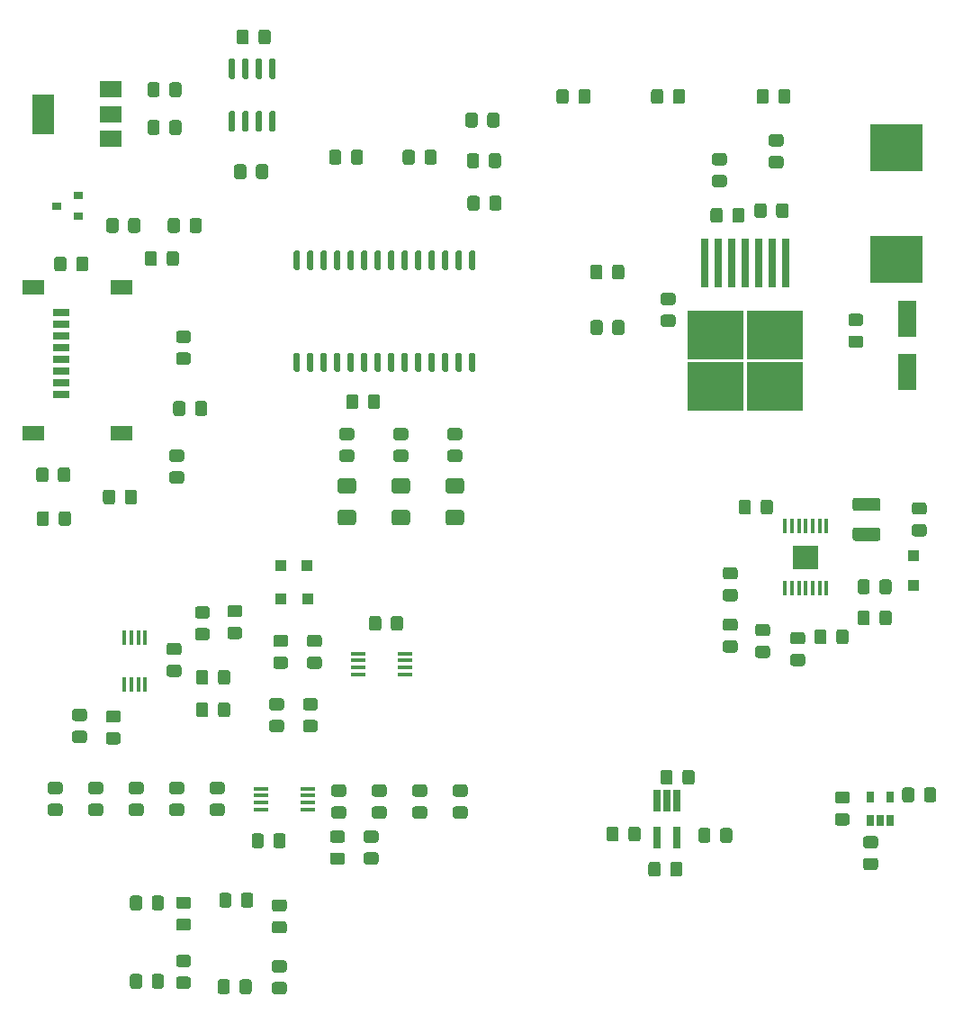
<source format=gbr>
%TF.GenerationSoftware,KiCad,Pcbnew,(5.1.9)-1*%
%TF.CreationDate,2021-06-27T13:52:13-04:00*%
%TF.ProjectId,detector_circuit,64657465-6374-46f7-925f-636972637569,rev?*%
%TF.SameCoordinates,Original*%
%TF.FileFunction,Paste,Top*%
%TF.FilePolarity,Positive*%
%FSLAX46Y46*%
G04 Gerber Fmt 4.6, Leading zero omitted, Abs format (unit mm)*
G04 Created by KiCad (PCBNEW (5.1.9)-1) date 2021-06-27 13:52:13*
%MOMM*%
%LPD*%
G01*
G04 APERTURE LIST*
%ADD10R,0.650000X2.000000*%
%ADD11R,5.250000X4.550000*%
%ADD12R,0.800000X4.600000*%
%ADD13R,5.000000X4.500000*%
%ADD14R,1.450000X0.450000*%
%ADD15R,1.800000X3.500000*%
%ADD16R,0.355600X1.473200*%
%ADD17R,2.460000X2.310000*%
%ADD18R,2.000000X3.800000*%
%ADD19R,2.000000X1.500000*%
%ADD20R,0.650000X1.060000*%
%ADD21R,1.000000X1.000000*%
%ADD22R,1.100000X1.100000*%
%ADD23R,0.450000X1.450000*%
%ADD24R,0.900000X0.800000*%
%ADD25R,2.000000X1.450000*%
%ADD26R,1.500000X0.800000*%
G04 APERTURE END LIST*
%TO.C,C13*%
G36*
G01*
X107790400Y-68344201D02*
X107790400Y-67444199D01*
G75*
G02*
X108040399Y-67194200I249999J0D01*
G01*
X108690401Y-67194200D01*
G75*
G02*
X108940400Y-67444199I0J-249999D01*
G01*
X108940400Y-68344201D01*
G75*
G02*
X108690401Y-68594200I-249999J0D01*
G01*
X108040399Y-68594200D01*
G75*
G02*
X107790400Y-68344201I0J249999D01*
G01*
G37*
G36*
G01*
X105740400Y-68344201D02*
X105740400Y-67444199D01*
G75*
G02*
X105990399Y-67194200I249999J0D01*
G01*
X106640401Y-67194200D01*
G75*
G02*
X106890400Y-67444199I0J-249999D01*
G01*
X106890400Y-68344201D01*
G75*
G02*
X106640401Y-68594200I-249999J0D01*
G01*
X105990399Y-68594200D01*
G75*
G02*
X105740400Y-68344201I0J249999D01*
G01*
G37*
%TD*%
%TO.C,U10*%
G36*
G01*
X109197000Y-62206000D02*
X109497000Y-62206000D01*
G75*
G02*
X109647000Y-62356000I0J-150000D01*
G01*
X109647000Y-64006000D01*
G75*
G02*
X109497000Y-64156000I-150000J0D01*
G01*
X109197000Y-64156000D01*
G75*
G02*
X109047000Y-64006000I0J150000D01*
G01*
X109047000Y-62356000D01*
G75*
G02*
X109197000Y-62206000I150000J0D01*
G01*
G37*
G36*
G01*
X107927000Y-62206000D02*
X108227000Y-62206000D01*
G75*
G02*
X108377000Y-62356000I0J-150000D01*
G01*
X108377000Y-64006000D01*
G75*
G02*
X108227000Y-64156000I-150000J0D01*
G01*
X107927000Y-64156000D01*
G75*
G02*
X107777000Y-64006000I0J150000D01*
G01*
X107777000Y-62356000D01*
G75*
G02*
X107927000Y-62206000I150000J0D01*
G01*
G37*
G36*
G01*
X106657000Y-62206000D02*
X106957000Y-62206000D01*
G75*
G02*
X107107000Y-62356000I0J-150000D01*
G01*
X107107000Y-64006000D01*
G75*
G02*
X106957000Y-64156000I-150000J0D01*
G01*
X106657000Y-64156000D01*
G75*
G02*
X106507000Y-64006000I0J150000D01*
G01*
X106507000Y-62356000D01*
G75*
G02*
X106657000Y-62206000I150000J0D01*
G01*
G37*
G36*
G01*
X105387000Y-62206000D02*
X105687000Y-62206000D01*
G75*
G02*
X105837000Y-62356000I0J-150000D01*
G01*
X105837000Y-64006000D01*
G75*
G02*
X105687000Y-64156000I-150000J0D01*
G01*
X105387000Y-64156000D01*
G75*
G02*
X105237000Y-64006000I0J150000D01*
G01*
X105237000Y-62356000D01*
G75*
G02*
X105387000Y-62206000I150000J0D01*
G01*
G37*
G36*
G01*
X105387000Y-57256000D02*
X105687000Y-57256000D01*
G75*
G02*
X105837000Y-57406000I0J-150000D01*
G01*
X105837000Y-59056000D01*
G75*
G02*
X105687000Y-59206000I-150000J0D01*
G01*
X105387000Y-59206000D01*
G75*
G02*
X105237000Y-59056000I0J150000D01*
G01*
X105237000Y-57406000D01*
G75*
G02*
X105387000Y-57256000I150000J0D01*
G01*
G37*
G36*
G01*
X106657000Y-57256000D02*
X106957000Y-57256000D01*
G75*
G02*
X107107000Y-57406000I0J-150000D01*
G01*
X107107000Y-59056000D01*
G75*
G02*
X106957000Y-59206000I-150000J0D01*
G01*
X106657000Y-59206000D01*
G75*
G02*
X106507000Y-59056000I0J150000D01*
G01*
X106507000Y-57406000D01*
G75*
G02*
X106657000Y-57256000I150000J0D01*
G01*
G37*
G36*
G01*
X107927000Y-57256000D02*
X108227000Y-57256000D01*
G75*
G02*
X108377000Y-57406000I0J-150000D01*
G01*
X108377000Y-59056000D01*
G75*
G02*
X108227000Y-59206000I-150000J0D01*
G01*
X107927000Y-59206000D01*
G75*
G02*
X107777000Y-59056000I0J150000D01*
G01*
X107777000Y-57406000D01*
G75*
G02*
X107927000Y-57256000I150000J0D01*
G01*
G37*
G36*
G01*
X109197000Y-57256000D02*
X109497000Y-57256000D01*
G75*
G02*
X109647000Y-57406000I0J-150000D01*
G01*
X109647000Y-59056000D01*
G75*
G02*
X109497000Y-59206000I-150000J0D01*
G01*
X109197000Y-59206000D01*
G75*
G02*
X109047000Y-59056000I0J150000D01*
G01*
X109047000Y-57406000D01*
G75*
G02*
X109197000Y-57256000I150000J0D01*
G01*
G37*
%TD*%
D10*
%TO.C,U3*%
X147381000Y-130488000D03*
X145481000Y-130488000D03*
X145481000Y-127068000D03*
X146431000Y-127068000D03*
X147381000Y-127068000D03*
%TD*%
D11*
%TO.C,U1*%
X151022000Y-83236500D03*
X156572000Y-88086500D03*
X156572000Y-83236500D03*
X151022000Y-88086500D03*
D12*
X149987000Y-76511500D03*
X151257000Y-76511500D03*
X152527000Y-76511500D03*
X153797000Y-76511500D03*
X155067000Y-76511500D03*
X156337000Y-76511500D03*
X157607000Y-76511500D03*
%TD*%
%TO.C,C4*%
G36*
G01*
X170630000Y-126942001D02*
X170630000Y-126041999D01*
G75*
G02*
X170879999Y-125792000I249999J0D01*
G01*
X171530001Y-125792000D01*
G75*
G02*
X171780000Y-126041999I0J-249999D01*
G01*
X171780000Y-126942001D01*
G75*
G02*
X171530001Y-127192000I-249999J0D01*
G01*
X170879999Y-127192000D01*
G75*
G02*
X170630000Y-126942001I0J249999D01*
G01*
G37*
G36*
G01*
X168580000Y-126942001D02*
X168580000Y-126041999D01*
G75*
G02*
X168829999Y-125792000I249999J0D01*
G01*
X169480001Y-125792000D01*
G75*
G02*
X169730000Y-126041999I0J-249999D01*
G01*
X169730000Y-126942001D01*
G75*
G02*
X169480001Y-127192000I-249999J0D01*
G01*
X168829999Y-127192000D01*
G75*
G02*
X168580000Y-126942001I0J249999D01*
G01*
G37*
%TD*%
%TO.C,R26*%
G36*
G01*
X115001999Y-131904000D02*
X115902001Y-131904000D01*
G75*
G02*
X116152000Y-132153999I0J-249999D01*
G01*
X116152000Y-132804001D01*
G75*
G02*
X115902001Y-133054000I-249999J0D01*
G01*
X115001999Y-133054000D01*
G75*
G02*
X114752000Y-132804001I0J249999D01*
G01*
X114752000Y-132153999D01*
G75*
G02*
X115001999Y-131904000I249999J0D01*
G01*
G37*
G36*
G01*
X115001999Y-129854000D02*
X115902001Y-129854000D01*
G75*
G02*
X116152000Y-130103999I0J-249999D01*
G01*
X116152000Y-130754001D01*
G75*
G02*
X115902001Y-131004000I-249999J0D01*
G01*
X115001999Y-131004000D01*
G75*
G02*
X114752000Y-130754001I0J249999D01*
G01*
X114752000Y-130103999D01*
G75*
G02*
X115001999Y-129854000I249999J0D01*
G01*
G37*
%TD*%
%TO.C,R34*%
G36*
G01*
X119068001Y-130995000D02*
X118167999Y-130995000D01*
G75*
G02*
X117918000Y-130745001I0J249999D01*
G01*
X117918000Y-130094999D01*
G75*
G02*
X118167999Y-129845000I249999J0D01*
G01*
X119068001Y-129845000D01*
G75*
G02*
X119318000Y-130094999I0J-249999D01*
G01*
X119318000Y-130745001D01*
G75*
G02*
X119068001Y-130995000I-249999J0D01*
G01*
G37*
G36*
G01*
X119068001Y-133045000D02*
X118167999Y-133045000D01*
G75*
G02*
X117918000Y-132795001I0J249999D01*
G01*
X117918000Y-132144999D01*
G75*
G02*
X118167999Y-131895000I249999J0D01*
G01*
X119068001Y-131895000D01*
G75*
G02*
X119318000Y-132144999I0J-249999D01*
G01*
X119318000Y-132795001D01*
G75*
G02*
X119068001Y-133045000I-249999J0D01*
G01*
G37*
%TD*%
%TO.C,R39*%
G36*
G01*
X109658999Y-113489000D02*
X110559001Y-113489000D01*
G75*
G02*
X110809000Y-113738999I0J-249999D01*
G01*
X110809000Y-114389001D01*
G75*
G02*
X110559001Y-114639000I-249999J0D01*
G01*
X109658999Y-114639000D01*
G75*
G02*
X109409000Y-114389001I0J249999D01*
G01*
X109409000Y-113738999D01*
G75*
G02*
X109658999Y-113489000I249999J0D01*
G01*
G37*
G36*
G01*
X109658999Y-111439000D02*
X110559001Y-111439000D01*
G75*
G02*
X110809000Y-111688999I0J-249999D01*
G01*
X110809000Y-112339001D01*
G75*
G02*
X110559001Y-112589000I-249999J0D01*
G01*
X109658999Y-112589000D01*
G75*
G02*
X109409000Y-112339001I0J249999D01*
G01*
X109409000Y-111688999D01*
G75*
G02*
X109658999Y-111439000I249999J0D01*
G01*
G37*
%TD*%
%TO.C,C32*%
G36*
G01*
X97077000Y-136201999D02*
X97077000Y-137102001D01*
G75*
G02*
X96827001Y-137352000I-249999J0D01*
G01*
X96176999Y-137352000D01*
G75*
G02*
X95927000Y-137102001I0J249999D01*
G01*
X95927000Y-136201999D01*
G75*
G02*
X96176999Y-135952000I249999J0D01*
G01*
X96827001Y-135952000D01*
G75*
G02*
X97077000Y-136201999I0J-249999D01*
G01*
G37*
G36*
G01*
X99127000Y-136201999D02*
X99127000Y-137102001D01*
G75*
G02*
X98877001Y-137352000I-249999J0D01*
G01*
X98226999Y-137352000D01*
G75*
G02*
X97977000Y-137102001I0J249999D01*
G01*
X97977000Y-136201999D01*
G75*
G02*
X98226999Y-135952000I249999J0D01*
G01*
X98877001Y-135952000D01*
G75*
G02*
X99127000Y-136201999I0J-249999D01*
G01*
G37*
%TD*%
%TO.C,R19*%
G36*
G01*
X102050000Y-90620001D02*
X102050000Y-89719999D01*
G75*
G02*
X102299999Y-89470000I249999J0D01*
G01*
X102950001Y-89470000D01*
G75*
G02*
X103200000Y-89719999I0J-249999D01*
G01*
X103200000Y-90620001D01*
G75*
G02*
X102950001Y-90870000I-249999J0D01*
G01*
X102299999Y-90870000D01*
G75*
G02*
X102050000Y-90620001I0J249999D01*
G01*
G37*
G36*
G01*
X100000000Y-90620001D02*
X100000000Y-89719999D01*
G75*
G02*
X100249999Y-89470000I249999J0D01*
G01*
X100900001Y-89470000D01*
G75*
G02*
X101150000Y-89719999I0J-249999D01*
G01*
X101150000Y-90620001D01*
G75*
G02*
X100900001Y-90870000I-249999J0D01*
G01*
X100249999Y-90870000D01*
G75*
G02*
X100000000Y-90620001I0J249999D01*
G01*
G37*
%TD*%
D13*
%TO.C,L2*%
X168021000Y-65636500D03*
X168021000Y-76136500D03*
%TD*%
%TO.C,C27*%
G36*
G01*
X93910999Y-120601000D02*
X94811001Y-120601000D01*
G75*
G02*
X95061000Y-120850999I0J-249999D01*
G01*
X95061000Y-121501001D01*
G75*
G02*
X94811001Y-121751000I-249999J0D01*
G01*
X93910999Y-121751000D01*
G75*
G02*
X93661000Y-121501001I0J249999D01*
G01*
X93661000Y-120850999D01*
G75*
G02*
X93910999Y-120601000I249999J0D01*
G01*
G37*
G36*
G01*
X93910999Y-118551000D02*
X94811001Y-118551000D01*
G75*
G02*
X95061000Y-118800999I0J-249999D01*
G01*
X95061000Y-119451001D01*
G75*
G02*
X94811001Y-119701000I-249999J0D01*
G01*
X93910999Y-119701000D01*
G75*
G02*
X93661000Y-119451001I0J249999D01*
G01*
X93661000Y-118800999D01*
G75*
G02*
X93910999Y-118551000I249999J0D01*
G01*
G37*
%TD*%
D14*
%TO.C,U12*%
X112690000Y-125898000D03*
X112690000Y-126548000D03*
X112690000Y-127198000D03*
X112690000Y-127848000D03*
X108290000Y-127848000D03*
X108290000Y-127198000D03*
X108290000Y-126548000D03*
X108290000Y-125898000D03*
%TD*%
%TO.C,R2*%
G36*
G01*
X150933999Y-68204500D02*
X151834001Y-68204500D01*
G75*
G02*
X152084000Y-68454499I0J-249999D01*
G01*
X152084000Y-69104501D01*
G75*
G02*
X151834001Y-69354500I-249999J0D01*
G01*
X150933999Y-69354500D01*
G75*
G02*
X150684000Y-69104501I0J249999D01*
G01*
X150684000Y-68454499D01*
G75*
G02*
X150933999Y-68204500I249999J0D01*
G01*
G37*
G36*
G01*
X150933999Y-66154500D02*
X151834001Y-66154500D01*
G75*
G02*
X152084000Y-66404499I0J-249999D01*
G01*
X152084000Y-67054501D01*
G75*
G02*
X151834001Y-67304500I-249999J0D01*
G01*
X150933999Y-67304500D01*
G75*
G02*
X150684000Y-67054501I0J249999D01*
G01*
X150684000Y-66404499D01*
G75*
G02*
X150933999Y-66154500I249999J0D01*
G01*
G37*
%TD*%
%TO.C,C37*%
G36*
G01*
X109277999Y-119449000D02*
X110178001Y-119449000D01*
G75*
G02*
X110428000Y-119698999I0J-249999D01*
G01*
X110428000Y-120349001D01*
G75*
G02*
X110178001Y-120599000I-249999J0D01*
G01*
X109277999Y-120599000D01*
G75*
G02*
X109028000Y-120349001I0J249999D01*
G01*
X109028000Y-119698999D01*
G75*
G02*
X109277999Y-119449000I249999J0D01*
G01*
G37*
G36*
G01*
X109277999Y-117399000D02*
X110178001Y-117399000D01*
G75*
G02*
X110428000Y-117648999I0J-249999D01*
G01*
X110428000Y-118299001D01*
G75*
G02*
X110178001Y-118549000I-249999J0D01*
G01*
X109277999Y-118549000D01*
G75*
G02*
X109028000Y-118299001I0J249999D01*
G01*
X109028000Y-117648999D01*
G75*
G02*
X109277999Y-117399000I249999J0D01*
G01*
G37*
%TD*%
%TO.C,R42*%
G36*
G01*
X90735999Y-120456000D02*
X91636001Y-120456000D01*
G75*
G02*
X91886000Y-120705999I0J-249999D01*
G01*
X91886000Y-121356001D01*
G75*
G02*
X91636001Y-121606000I-249999J0D01*
G01*
X90735999Y-121606000D01*
G75*
G02*
X90486000Y-121356001I0J249999D01*
G01*
X90486000Y-120705999D01*
G75*
G02*
X90735999Y-120456000I249999J0D01*
G01*
G37*
G36*
G01*
X90735999Y-118406000D02*
X91636001Y-118406000D01*
G75*
G02*
X91886000Y-118655999I0J-249999D01*
G01*
X91886000Y-119306001D01*
G75*
G02*
X91636001Y-119556000I-249999J0D01*
G01*
X90735999Y-119556000D01*
G75*
G02*
X90486000Y-119306001I0J249999D01*
G01*
X90486000Y-118655999D01*
G75*
G02*
X90735999Y-118406000I249999J0D01*
G01*
G37*
%TD*%
%TO.C,C35*%
G36*
G01*
X108525000Y-130359999D02*
X108525000Y-131260001D01*
G75*
G02*
X108275001Y-131510000I-249999J0D01*
G01*
X107624999Y-131510000D01*
G75*
G02*
X107375000Y-131260001I0J249999D01*
G01*
X107375000Y-130359999D01*
G75*
G02*
X107624999Y-130110000I249999J0D01*
G01*
X108275001Y-130110000D01*
G75*
G02*
X108525000Y-130359999I0J-249999D01*
G01*
G37*
G36*
G01*
X110575000Y-130359999D02*
X110575000Y-131260001D01*
G75*
G02*
X110325001Y-131510000I-249999J0D01*
G01*
X109674999Y-131510000D01*
G75*
G02*
X109425000Y-131260001I0J249999D01*
G01*
X109425000Y-130359999D01*
G75*
G02*
X109674999Y-130110000I249999J0D01*
G01*
X110325001Y-130110000D01*
G75*
G02*
X110575000Y-130359999I0J-249999D01*
G01*
G37*
%TD*%
D15*
%TO.C,D7*%
X169037000Y-86764500D03*
X169037000Y-81764500D03*
%TD*%
D16*
%TO.C,U6*%
X161462034Y-101219000D03*
X160812023Y-101219000D03*
X160162011Y-101219000D03*
X159512000Y-101219000D03*
X158861989Y-101219000D03*
X158211977Y-101219000D03*
X157561966Y-101219000D03*
X157561966Y-107061000D03*
X158211977Y-107061000D03*
X158861989Y-107061000D03*
X159512000Y-107061000D03*
X160162011Y-107061000D03*
X160812023Y-107061000D03*
X161462034Y-107061000D03*
D17*
X159512000Y-104140000D03*
%TD*%
%TO.C,R41*%
G36*
G01*
X152596000Y-72459001D02*
X152596000Y-71558999D01*
G75*
G02*
X152845999Y-71309000I249999J0D01*
G01*
X153496001Y-71309000D01*
G75*
G02*
X153746000Y-71558999I0J-249999D01*
G01*
X153746000Y-72459001D01*
G75*
G02*
X153496001Y-72709000I-249999J0D01*
G01*
X152845999Y-72709000D01*
G75*
G02*
X152596000Y-72459001I0J249999D01*
G01*
G37*
G36*
G01*
X150546000Y-72459001D02*
X150546000Y-71558999D01*
G75*
G02*
X150795999Y-71309000I249999J0D01*
G01*
X151446001Y-71309000D01*
G75*
G02*
X151696000Y-71558999I0J-249999D01*
G01*
X151696000Y-72459001D01*
G75*
G02*
X151446001Y-72709000I-249999J0D01*
G01*
X150795999Y-72709000D01*
G75*
G02*
X150546000Y-72459001I0J249999D01*
G01*
G37*
%TD*%
%TO.C,L1*%
G36*
G01*
X166302000Y-99809000D02*
X164152000Y-99809000D01*
G75*
G02*
X163902000Y-99559000I0J250000D01*
G01*
X163902000Y-98809000D01*
G75*
G02*
X164152000Y-98559000I250000J0D01*
G01*
X166302000Y-98559000D01*
G75*
G02*
X166552000Y-98809000I0J-250000D01*
G01*
X166552000Y-99559000D01*
G75*
G02*
X166302000Y-99809000I-250000J0D01*
G01*
G37*
G36*
G01*
X166302000Y-102609000D02*
X164152000Y-102609000D01*
G75*
G02*
X163902000Y-102359000I0J250000D01*
G01*
X163902000Y-101609000D01*
G75*
G02*
X164152000Y-101359000I250000J0D01*
G01*
X166302000Y-101359000D01*
G75*
G02*
X166552000Y-101609000I0J-250000D01*
G01*
X166552000Y-102359000D01*
G75*
G02*
X166302000Y-102609000I-250000J0D01*
G01*
G37*
%TD*%
%TO.C,C26*%
G36*
G01*
X156267999Y-66435500D02*
X157168001Y-66435500D01*
G75*
G02*
X157418000Y-66685499I0J-249999D01*
G01*
X157418000Y-67335501D01*
G75*
G02*
X157168001Y-67585500I-249999J0D01*
G01*
X156267999Y-67585500D01*
G75*
G02*
X156018000Y-67335501I0J249999D01*
G01*
X156018000Y-66685499D01*
G75*
G02*
X156267999Y-66435500I249999J0D01*
G01*
G37*
G36*
G01*
X156267999Y-64385500D02*
X157168001Y-64385500D01*
G75*
G02*
X157418000Y-64635499I0J-249999D01*
G01*
X157418000Y-65285501D01*
G75*
G02*
X157168001Y-65535500I-249999J0D01*
G01*
X156267999Y-65535500D01*
G75*
G02*
X156018000Y-65285501I0J249999D01*
G01*
X156018000Y-64635499D01*
G75*
G02*
X156267999Y-64385500I249999J0D01*
G01*
G37*
%TD*%
%TO.C,C25*%
G36*
G01*
X155832500Y-71114499D02*
X155832500Y-72014501D01*
G75*
G02*
X155582501Y-72264500I-249999J0D01*
G01*
X154932499Y-72264500D01*
G75*
G02*
X154682500Y-72014501I0J249999D01*
G01*
X154682500Y-71114499D01*
G75*
G02*
X154932499Y-70864500I249999J0D01*
G01*
X155582501Y-70864500D01*
G75*
G02*
X155832500Y-71114499I0J-249999D01*
G01*
G37*
G36*
G01*
X157882500Y-71114499D02*
X157882500Y-72014501D01*
G75*
G02*
X157632501Y-72264500I-249999J0D01*
G01*
X156982499Y-72264500D01*
G75*
G02*
X156732500Y-72014501I0J249999D01*
G01*
X156732500Y-71114499D01*
G75*
G02*
X156982499Y-70864500I249999J0D01*
G01*
X157632501Y-70864500D01*
G75*
G02*
X157882500Y-71114499I0J-249999D01*
G01*
G37*
%TD*%
%TO.C,C24*%
G36*
G01*
X163760999Y-83308500D02*
X164661001Y-83308500D01*
G75*
G02*
X164911000Y-83558499I0J-249999D01*
G01*
X164911000Y-84208501D01*
G75*
G02*
X164661001Y-84458500I-249999J0D01*
G01*
X163760999Y-84458500D01*
G75*
G02*
X163511000Y-84208501I0J249999D01*
G01*
X163511000Y-83558499D01*
G75*
G02*
X163760999Y-83308500I249999J0D01*
G01*
G37*
G36*
G01*
X163760999Y-81258500D02*
X164661001Y-81258500D01*
G75*
G02*
X164911000Y-81508499I0J-249999D01*
G01*
X164911000Y-82158501D01*
G75*
G02*
X164661001Y-82408500I-249999J0D01*
G01*
X163760999Y-82408500D01*
G75*
G02*
X163511000Y-82158501I0J249999D01*
G01*
X163511000Y-81508499D01*
G75*
G02*
X163760999Y-81258500I249999J0D01*
G01*
G37*
%TD*%
%TO.C,C22*%
G36*
G01*
X146107999Y-81349000D02*
X147008001Y-81349000D01*
G75*
G02*
X147258000Y-81598999I0J-249999D01*
G01*
X147258000Y-82249001D01*
G75*
G02*
X147008001Y-82499000I-249999J0D01*
G01*
X146107999Y-82499000D01*
G75*
G02*
X145858000Y-82249001I0J249999D01*
G01*
X145858000Y-81598999D01*
G75*
G02*
X146107999Y-81349000I249999J0D01*
G01*
G37*
G36*
G01*
X146107999Y-79299000D02*
X147008001Y-79299000D01*
G75*
G02*
X147258000Y-79548999I0J-249999D01*
G01*
X147258000Y-80199001D01*
G75*
G02*
X147008001Y-80449000I-249999J0D01*
G01*
X146107999Y-80449000D01*
G75*
G02*
X145858000Y-80199001I0J249999D01*
G01*
X145858000Y-79548999D01*
G75*
G02*
X146107999Y-79299000I249999J0D01*
G01*
G37*
%TD*%
%TO.C,U5*%
G36*
G01*
X127993000Y-84926000D02*
X128293000Y-84926000D01*
G75*
G02*
X128443000Y-85076000I0J-150000D01*
G01*
X128443000Y-86576000D01*
G75*
G02*
X128293000Y-86726000I-150000J0D01*
G01*
X127993000Y-86726000D01*
G75*
G02*
X127843000Y-86576000I0J150000D01*
G01*
X127843000Y-85076000D01*
G75*
G02*
X127993000Y-84926000I150000J0D01*
G01*
G37*
G36*
G01*
X126723000Y-84926000D02*
X127023000Y-84926000D01*
G75*
G02*
X127173000Y-85076000I0J-150000D01*
G01*
X127173000Y-86576000D01*
G75*
G02*
X127023000Y-86726000I-150000J0D01*
G01*
X126723000Y-86726000D01*
G75*
G02*
X126573000Y-86576000I0J150000D01*
G01*
X126573000Y-85076000D01*
G75*
G02*
X126723000Y-84926000I150000J0D01*
G01*
G37*
G36*
G01*
X125453000Y-84926000D02*
X125753000Y-84926000D01*
G75*
G02*
X125903000Y-85076000I0J-150000D01*
G01*
X125903000Y-86576000D01*
G75*
G02*
X125753000Y-86726000I-150000J0D01*
G01*
X125453000Y-86726000D01*
G75*
G02*
X125303000Y-86576000I0J150000D01*
G01*
X125303000Y-85076000D01*
G75*
G02*
X125453000Y-84926000I150000J0D01*
G01*
G37*
G36*
G01*
X124183000Y-84926000D02*
X124483000Y-84926000D01*
G75*
G02*
X124633000Y-85076000I0J-150000D01*
G01*
X124633000Y-86576000D01*
G75*
G02*
X124483000Y-86726000I-150000J0D01*
G01*
X124183000Y-86726000D01*
G75*
G02*
X124033000Y-86576000I0J150000D01*
G01*
X124033000Y-85076000D01*
G75*
G02*
X124183000Y-84926000I150000J0D01*
G01*
G37*
G36*
G01*
X122913000Y-84926000D02*
X123213000Y-84926000D01*
G75*
G02*
X123363000Y-85076000I0J-150000D01*
G01*
X123363000Y-86576000D01*
G75*
G02*
X123213000Y-86726000I-150000J0D01*
G01*
X122913000Y-86726000D01*
G75*
G02*
X122763000Y-86576000I0J150000D01*
G01*
X122763000Y-85076000D01*
G75*
G02*
X122913000Y-84926000I150000J0D01*
G01*
G37*
G36*
G01*
X121643000Y-84926000D02*
X121943000Y-84926000D01*
G75*
G02*
X122093000Y-85076000I0J-150000D01*
G01*
X122093000Y-86576000D01*
G75*
G02*
X121943000Y-86726000I-150000J0D01*
G01*
X121643000Y-86726000D01*
G75*
G02*
X121493000Y-86576000I0J150000D01*
G01*
X121493000Y-85076000D01*
G75*
G02*
X121643000Y-84926000I150000J0D01*
G01*
G37*
G36*
G01*
X120373000Y-84926000D02*
X120673000Y-84926000D01*
G75*
G02*
X120823000Y-85076000I0J-150000D01*
G01*
X120823000Y-86576000D01*
G75*
G02*
X120673000Y-86726000I-150000J0D01*
G01*
X120373000Y-86726000D01*
G75*
G02*
X120223000Y-86576000I0J150000D01*
G01*
X120223000Y-85076000D01*
G75*
G02*
X120373000Y-84926000I150000J0D01*
G01*
G37*
G36*
G01*
X119103000Y-84926000D02*
X119403000Y-84926000D01*
G75*
G02*
X119553000Y-85076000I0J-150000D01*
G01*
X119553000Y-86576000D01*
G75*
G02*
X119403000Y-86726000I-150000J0D01*
G01*
X119103000Y-86726000D01*
G75*
G02*
X118953000Y-86576000I0J150000D01*
G01*
X118953000Y-85076000D01*
G75*
G02*
X119103000Y-84926000I150000J0D01*
G01*
G37*
G36*
G01*
X117833000Y-84926000D02*
X118133000Y-84926000D01*
G75*
G02*
X118283000Y-85076000I0J-150000D01*
G01*
X118283000Y-86576000D01*
G75*
G02*
X118133000Y-86726000I-150000J0D01*
G01*
X117833000Y-86726000D01*
G75*
G02*
X117683000Y-86576000I0J150000D01*
G01*
X117683000Y-85076000D01*
G75*
G02*
X117833000Y-84926000I150000J0D01*
G01*
G37*
G36*
G01*
X116563000Y-84926000D02*
X116863000Y-84926000D01*
G75*
G02*
X117013000Y-85076000I0J-150000D01*
G01*
X117013000Y-86576000D01*
G75*
G02*
X116863000Y-86726000I-150000J0D01*
G01*
X116563000Y-86726000D01*
G75*
G02*
X116413000Y-86576000I0J150000D01*
G01*
X116413000Y-85076000D01*
G75*
G02*
X116563000Y-84926000I150000J0D01*
G01*
G37*
G36*
G01*
X115293000Y-84926000D02*
X115593000Y-84926000D01*
G75*
G02*
X115743000Y-85076000I0J-150000D01*
G01*
X115743000Y-86576000D01*
G75*
G02*
X115593000Y-86726000I-150000J0D01*
G01*
X115293000Y-86726000D01*
G75*
G02*
X115143000Y-86576000I0J150000D01*
G01*
X115143000Y-85076000D01*
G75*
G02*
X115293000Y-84926000I150000J0D01*
G01*
G37*
G36*
G01*
X114023000Y-84926000D02*
X114323000Y-84926000D01*
G75*
G02*
X114473000Y-85076000I0J-150000D01*
G01*
X114473000Y-86576000D01*
G75*
G02*
X114323000Y-86726000I-150000J0D01*
G01*
X114023000Y-86726000D01*
G75*
G02*
X113873000Y-86576000I0J150000D01*
G01*
X113873000Y-85076000D01*
G75*
G02*
X114023000Y-84926000I150000J0D01*
G01*
G37*
G36*
G01*
X112753000Y-84926000D02*
X113053000Y-84926000D01*
G75*
G02*
X113203000Y-85076000I0J-150000D01*
G01*
X113203000Y-86576000D01*
G75*
G02*
X113053000Y-86726000I-150000J0D01*
G01*
X112753000Y-86726000D01*
G75*
G02*
X112603000Y-86576000I0J150000D01*
G01*
X112603000Y-85076000D01*
G75*
G02*
X112753000Y-84926000I150000J0D01*
G01*
G37*
G36*
G01*
X111483000Y-84926000D02*
X111783000Y-84926000D01*
G75*
G02*
X111933000Y-85076000I0J-150000D01*
G01*
X111933000Y-86576000D01*
G75*
G02*
X111783000Y-86726000I-150000J0D01*
G01*
X111483000Y-86726000D01*
G75*
G02*
X111333000Y-86576000I0J150000D01*
G01*
X111333000Y-85076000D01*
G75*
G02*
X111483000Y-84926000I150000J0D01*
G01*
G37*
G36*
G01*
X111483000Y-75326000D02*
X111783000Y-75326000D01*
G75*
G02*
X111933000Y-75476000I0J-150000D01*
G01*
X111933000Y-76976000D01*
G75*
G02*
X111783000Y-77126000I-150000J0D01*
G01*
X111483000Y-77126000D01*
G75*
G02*
X111333000Y-76976000I0J150000D01*
G01*
X111333000Y-75476000D01*
G75*
G02*
X111483000Y-75326000I150000J0D01*
G01*
G37*
G36*
G01*
X112753000Y-75326000D02*
X113053000Y-75326000D01*
G75*
G02*
X113203000Y-75476000I0J-150000D01*
G01*
X113203000Y-76976000D01*
G75*
G02*
X113053000Y-77126000I-150000J0D01*
G01*
X112753000Y-77126000D01*
G75*
G02*
X112603000Y-76976000I0J150000D01*
G01*
X112603000Y-75476000D01*
G75*
G02*
X112753000Y-75326000I150000J0D01*
G01*
G37*
G36*
G01*
X114023000Y-75326000D02*
X114323000Y-75326000D01*
G75*
G02*
X114473000Y-75476000I0J-150000D01*
G01*
X114473000Y-76976000D01*
G75*
G02*
X114323000Y-77126000I-150000J0D01*
G01*
X114023000Y-77126000D01*
G75*
G02*
X113873000Y-76976000I0J150000D01*
G01*
X113873000Y-75476000D01*
G75*
G02*
X114023000Y-75326000I150000J0D01*
G01*
G37*
G36*
G01*
X115293000Y-75326000D02*
X115593000Y-75326000D01*
G75*
G02*
X115743000Y-75476000I0J-150000D01*
G01*
X115743000Y-76976000D01*
G75*
G02*
X115593000Y-77126000I-150000J0D01*
G01*
X115293000Y-77126000D01*
G75*
G02*
X115143000Y-76976000I0J150000D01*
G01*
X115143000Y-75476000D01*
G75*
G02*
X115293000Y-75326000I150000J0D01*
G01*
G37*
G36*
G01*
X116563000Y-75326000D02*
X116863000Y-75326000D01*
G75*
G02*
X117013000Y-75476000I0J-150000D01*
G01*
X117013000Y-76976000D01*
G75*
G02*
X116863000Y-77126000I-150000J0D01*
G01*
X116563000Y-77126000D01*
G75*
G02*
X116413000Y-76976000I0J150000D01*
G01*
X116413000Y-75476000D01*
G75*
G02*
X116563000Y-75326000I150000J0D01*
G01*
G37*
G36*
G01*
X117833000Y-75326000D02*
X118133000Y-75326000D01*
G75*
G02*
X118283000Y-75476000I0J-150000D01*
G01*
X118283000Y-76976000D01*
G75*
G02*
X118133000Y-77126000I-150000J0D01*
G01*
X117833000Y-77126000D01*
G75*
G02*
X117683000Y-76976000I0J150000D01*
G01*
X117683000Y-75476000D01*
G75*
G02*
X117833000Y-75326000I150000J0D01*
G01*
G37*
G36*
G01*
X119103000Y-75326000D02*
X119403000Y-75326000D01*
G75*
G02*
X119553000Y-75476000I0J-150000D01*
G01*
X119553000Y-76976000D01*
G75*
G02*
X119403000Y-77126000I-150000J0D01*
G01*
X119103000Y-77126000D01*
G75*
G02*
X118953000Y-76976000I0J150000D01*
G01*
X118953000Y-75476000D01*
G75*
G02*
X119103000Y-75326000I150000J0D01*
G01*
G37*
G36*
G01*
X120373000Y-75326000D02*
X120673000Y-75326000D01*
G75*
G02*
X120823000Y-75476000I0J-150000D01*
G01*
X120823000Y-76976000D01*
G75*
G02*
X120673000Y-77126000I-150000J0D01*
G01*
X120373000Y-77126000D01*
G75*
G02*
X120223000Y-76976000I0J150000D01*
G01*
X120223000Y-75476000D01*
G75*
G02*
X120373000Y-75326000I150000J0D01*
G01*
G37*
G36*
G01*
X121643000Y-75326000D02*
X121943000Y-75326000D01*
G75*
G02*
X122093000Y-75476000I0J-150000D01*
G01*
X122093000Y-76976000D01*
G75*
G02*
X121943000Y-77126000I-150000J0D01*
G01*
X121643000Y-77126000D01*
G75*
G02*
X121493000Y-76976000I0J150000D01*
G01*
X121493000Y-75476000D01*
G75*
G02*
X121643000Y-75326000I150000J0D01*
G01*
G37*
G36*
G01*
X122913000Y-75326000D02*
X123213000Y-75326000D01*
G75*
G02*
X123363000Y-75476000I0J-150000D01*
G01*
X123363000Y-76976000D01*
G75*
G02*
X123213000Y-77126000I-150000J0D01*
G01*
X122913000Y-77126000D01*
G75*
G02*
X122763000Y-76976000I0J150000D01*
G01*
X122763000Y-75476000D01*
G75*
G02*
X122913000Y-75326000I150000J0D01*
G01*
G37*
G36*
G01*
X124183000Y-75326000D02*
X124483000Y-75326000D01*
G75*
G02*
X124633000Y-75476000I0J-150000D01*
G01*
X124633000Y-76976000D01*
G75*
G02*
X124483000Y-77126000I-150000J0D01*
G01*
X124183000Y-77126000D01*
G75*
G02*
X124033000Y-76976000I0J150000D01*
G01*
X124033000Y-75476000D01*
G75*
G02*
X124183000Y-75326000I150000J0D01*
G01*
G37*
G36*
G01*
X125453000Y-75326000D02*
X125753000Y-75326000D01*
G75*
G02*
X125903000Y-75476000I0J-150000D01*
G01*
X125903000Y-76976000D01*
G75*
G02*
X125753000Y-77126000I-150000J0D01*
G01*
X125453000Y-77126000D01*
G75*
G02*
X125303000Y-76976000I0J150000D01*
G01*
X125303000Y-75476000D01*
G75*
G02*
X125453000Y-75326000I150000J0D01*
G01*
G37*
G36*
G01*
X126723000Y-75326000D02*
X127023000Y-75326000D01*
G75*
G02*
X127173000Y-75476000I0J-150000D01*
G01*
X127173000Y-76976000D01*
G75*
G02*
X127023000Y-77126000I-150000J0D01*
G01*
X126723000Y-77126000D01*
G75*
G02*
X126573000Y-76976000I0J150000D01*
G01*
X126573000Y-75476000D01*
G75*
G02*
X126723000Y-75326000I150000J0D01*
G01*
G37*
G36*
G01*
X127993000Y-75326000D02*
X128293000Y-75326000D01*
G75*
G02*
X128443000Y-75476000I0J-150000D01*
G01*
X128443000Y-76976000D01*
G75*
G02*
X128293000Y-77126000I-150000J0D01*
G01*
X127993000Y-77126000D01*
G75*
G02*
X127843000Y-76976000I0J150000D01*
G01*
X127843000Y-75476000D01*
G75*
G02*
X127993000Y-75326000I150000J0D01*
G01*
G37*
%TD*%
D18*
%TO.C,U4*%
X87782000Y-62484000D03*
D19*
X94082000Y-62484000D03*
X94082000Y-60184000D03*
X94082000Y-64784000D03*
%TD*%
D20*
%TO.C,U2*%
X165547000Y-126662000D03*
X167447000Y-126662000D03*
X167447000Y-128862000D03*
X166497000Y-128862000D03*
X165547000Y-128862000D03*
%TD*%
%TO.C,D5*%
G36*
G01*
X116957000Y-98158000D02*
X115707000Y-98158000D01*
G75*
G02*
X115457000Y-97908000I0J250000D01*
G01*
X115457000Y-96983000D01*
G75*
G02*
X115707000Y-96733000I250000J0D01*
G01*
X116957000Y-96733000D01*
G75*
G02*
X117207000Y-96983000I0J-250000D01*
G01*
X117207000Y-97908000D01*
G75*
G02*
X116957000Y-98158000I-250000J0D01*
G01*
G37*
G36*
G01*
X116957000Y-101133000D02*
X115707000Y-101133000D01*
G75*
G02*
X115457000Y-100883000I0J250000D01*
G01*
X115457000Y-99958000D01*
G75*
G02*
X115707000Y-99708000I250000J0D01*
G01*
X116957000Y-99708000D01*
G75*
G02*
X117207000Y-99958000I0J-250000D01*
G01*
X117207000Y-100883000D01*
G75*
G02*
X116957000Y-101133000I-250000J0D01*
G01*
G37*
%TD*%
%TO.C,D4*%
G36*
G01*
X127117000Y-98158000D02*
X125867000Y-98158000D01*
G75*
G02*
X125617000Y-97908000I0J250000D01*
G01*
X125617000Y-96983000D01*
G75*
G02*
X125867000Y-96733000I250000J0D01*
G01*
X127117000Y-96733000D01*
G75*
G02*
X127367000Y-96983000I0J-250000D01*
G01*
X127367000Y-97908000D01*
G75*
G02*
X127117000Y-98158000I-250000J0D01*
G01*
G37*
G36*
G01*
X127117000Y-101133000D02*
X125867000Y-101133000D01*
G75*
G02*
X125617000Y-100883000I0J250000D01*
G01*
X125617000Y-99958000D01*
G75*
G02*
X125867000Y-99708000I250000J0D01*
G01*
X127117000Y-99708000D01*
G75*
G02*
X127367000Y-99958000I0J-250000D01*
G01*
X127367000Y-100883000D01*
G75*
G02*
X127117000Y-101133000I-250000J0D01*
G01*
G37*
%TD*%
%TO.C,D3*%
G36*
G01*
X122037000Y-98158000D02*
X120787000Y-98158000D01*
G75*
G02*
X120537000Y-97908000I0J250000D01*
G01*
X120537000Y-96983000D01*
G75*
G02*
X120787000Y-96733000I250000J0D01*
G01*
X122037000Y-96733000D01*
G75*
G02*
X122287000Y-96983000I0J-250000D01*
G01*
X122287000Y-97908000D01*
G75*
G02*
X122037000Y-98158000I-250000J0D01*
G01*
G37*
G36*
G01*
X122037000Y-101133000D02*
X120787000Y-101133000D01*
G75*
G02*
X120537000Y-100883000I0J250000D01*
G01*
X120537000Y-99958000D01*
G75*
G02*
X120787000Y-99708000I250000J0D01*
G01*
X122037000Y-99708000D01*
G75*
G02*
X122287000Y-99958000I0J-250000D01*
G01*
X122287000Y-100883000D01*
G75*
G02*
X122037000Y-101133000I-250000J0D01*
G01*
G37*
%TD*%
D21*
%TO.C,D2*%
X112629000Y-108077000D03*
X110129000Y-108077000D03*
%TD*%
D22*
%TO.C,D1*%
X169672000Y-106810000D03*
X169672000Y-104010000D03*
%TD*%
D23*
%TO.C,U14*%
X95418000Y-111719000D03*
X96068000Y-111719000D03*
X96718000Y-111719000D03*
X97368000Y-111719000D03*
X97368000Y-116119000D03*
X96718000Y-116119000D03*
X96068000Y-116119000D03*
X95418000Y-116119000D03*
%TD*%
D14*
%TO.C,U13*%
X121834000Y-113198000D03*
X121834000Y-113848000D03*
X121834000Y-114498000D03*
X121834000Y-115148000D03*
X117434000Y-115148000D03*
X117434000Y-114498000D03*
X117434000Y-113848000D03*
X117434000Y-113198000D03*
%TD*%
%TO.C,R40*%
G36*
G01*
X99879999Y-127323000D02*
X100780001Y-127323000D01*
G75*
G02*
X101030000Y-127572999I0J-249999D01*
G01*
X101030000Y-128223001D01*
G75*
G02*
X100780001Y-128473000I-249999J0D01*
G01*
X99879999Y-128473000D01*
G75*
G02*
X99630000Y-128223001I0J249999D01*
G01*
X99630000Y-127572999D01*
G75*
G02*
X99879999Y-127323000I249999J0D01*
G01*
G37*
G36*
G01*
X99879999Y-125273000D02*
X100780001Y-125273000D01*
G75*
G02*
X101030000Y-125522999I0J-249999D01*
G01*
X101030000Y-126173001D01*
G75*
G02*
X100780001Y-126423000I-249999J0D01*
G01*
X99879999Y-126423000D01*
G75*
G02*
X99630000Y-126173001I0J249999D01*
G01*
X99630000Y-125522999D01*
G75*
G02*
X99879999Y-125273000I249999J0D01*
G01*
G37*
%TD*%
%TO.C,R38*%
G36*
G01*
X104209000Y-118941001D02*
X104209000Y-118040999D01*
G75*
G02*
X104458999Y-117791000I249999J0D01*
G01*
X105109001Y-117791000D01*
G75*
G02*
X105359000Y-118040999I0J-249999D01*
G01*
X105359000Y-118941001D01*
G75*
G02*
X105109001Y-119191000I-249999J0D01*
G01*
X104458999Y-119191000D01*
G75*
G02*
X104209000Y-118941001I0J249999D01*
G01*
G37*
G36*
G01*
X102159000Y-118941001D02*
X102159000Y-118040999D01*
G75*
G02*
X102408999Y-117791000I249999J0D01*
G01*
X103059001Y-117791000D01*
G75*
G02*
X103309000Y-118040999I0J-249999D01*
G01*
X103309000Y-118941001D01*
G75*
G02*
X103059001Y-119191000I-249999J0D01*
G01*
X102408999Y-119191000D01*
G75*
G02*
X102159000Y-118941001I0J249999D01*
G01*
G37*
%TD*%
%TO.C,R37*%
G36*
G01*
X102292999Y-110813000D02*
X103193001Y-110813000D01*
G75*
G02*
X103443000Y-111062999I0J-249999D01*
G01*
X103443000Y-111713001D01*
G75*
G02*
X103193001Y-111963000I-249999J0D01*
G01*
X102292999Y-111963000D01*
G75*
G02*
X102043000Y-111713001I0J249999D01*
G01*
X102043000Y-111062999D01*
G75*
G02*
X102292999Y-110813000I249999J0D01*
G01*
G37*
G36*
G01*
X102292999Y-108763000D02*
X103193001Y-108763000D01*
G75*
G02*
X103443000Y-109012999I0J-249999D01*
G01*
X103443000Y-109663001D01*
G75*
G02*
X103193001Y-109913000I-249999J0D01*
G01*
X102292999Y-109913000D01*
G75*
G02*
X102043000Y-109663001I0J249999D01*
G01*
X102043000Y-109012999D01*
G75*
G02*
X102292999Y-108763000I249999J0D01*
G01*
G37*
%TD*%
%TO.C,R36*%
G36*
G01*
X122739999Y-127568000D02*
X123640001Y-127568000D01*
G75*
G02*
X123890000Y-127817999I0J-249999D01*
G01*
X123890000Y-128468001D01*
G75*
G02*
X123640001Y-128718000I-249999J0D01*
G01*
X122739999Y-128718000D01*
G75*
G02*
X122490000Y-128468001I0J249999D01*
G01*
X122490000Y-127817999D01*
G75*
G02*
X122739999Y-127568000I249999J0D01*
G01*
G37*
G36*
G01*
X122739999Y-125518000D02*
X123640001Y-125518000D01*
G75*
G02*
X123890000Y-125767999I0J-249999D01*
G01*
X123890000Y-126418001D01*
G75*
G02*
X123640001Y-126668000I-249999J0D01*
G01*
X122739999Y-126668000D01*
G75*
G02*
X122490000Y-126418001I0J249999D01*
G01*
X122490000Y-125767999D01*
G75*
G02*
X122739999Y-125518000I249999J0D01*
G01*
G37*
%TD*%
%TO.C,R35*%
G36*
G01*
X126549999Y-127568000D02*
X127450001Y-127568000D01*
G75*
G02*
X127700000Y-127817999I0J-249999D01*
G01*
X127700000Y-128468001D01*
G75*
G02*
X127450001Y-128718000I-249999J0D01*
G01*
X126549999Y-128718000D01*
G75*
G02*
X126300000Y-128468001I0J249999D01*
G01*
X126300000Y-127817999D01*
G75*
G02*
X126549999Y-127568000I249999J0D01*
G01*
G37*
G36*
G01*
X126549999Y-125518000D02*
X127450001Y-125518000D01*
G75*
G02*
X127700000Y-125767999I0J-249999D01*
G01*
X127700000Y-126418001D01*
G75*
G02*
X127450001Y-126668000I-249999J0D01*
G01*
X126549999Y-126668000D01*
G75*
G02*
X126300000Y-126418001I0J249999D01*
G01*
X126300000Y-125767999D01*
G75*
G02*
X126549999Y-125518000I249999J0D01*
G01*
G37*
%TD*%
%TO.C,R33*%
G36*
G01*
X107382000Y-144075999D02*
X107382000Y-144976001D01*
G75*
G02*
X107132001Y-145226000I-249999J0D01*
G01*
X106481999Y-145226000D01*
G75*
G02*
X106232000Y-144976001I0J249999D01*
G01*
X106232000Y-144075999D01*
G75*
G02*
X106481999Y-143826000I249999J0D01*
G01*
X107132001Y-143826000D01*
G75*
G02*
X107382000Y-144075999I0J-249999D01*
G01*
G37*
G36*
G01*
X105332000Y-144075999D02*
X105332000Y-144976001D01*
G75*
G02*
X105082001Y-145226000I-249999J0D01*
G01*
X104431999Y-145226000D01*
G75*
G02*
X104182000Y-144976001I0J249999D01*
G01*
X104182000Y-144075999D01*
G75*
G02*
X104431999Y-143826000I249999J0D01*
G01*
X105082001Y-143826000D01*
G75*
G02*
X105332000Y-144075999I0J-249999D01*
G01*
G37*
%TD*%
%TO.C,R32*%
G36*
G01*
X101415001Y-142679000D02*
X100514999Y-142679000D01*
G75*
G02*
X100265000Y-142429001I0J249999D01*
G01*
X100265000Y-141778999D01*
G75*
G02*
X100514999Y-141529000I249999J0D01*
G01*
X101415001Y-141529000D01*
G75*
G02*
X101665000Y-141778999I0J-249999D01*
G01*
X101665000Y-142429001D01*
G75*
G02*
X101415001Y-142679000I-249999J0D01*
G01*
G37*
G36*
G01*
X101415001Y-144729000D02*
X100514999Y-144729000D01*
G75*
G02*
X100265000Y-144479001I0J249999D01*
G01*
X100265000Y-143828999D01*
G75*
G02*
X100514999Y-143579000I249999J0D01*
G01*
X101415001Y-143579000D01*
G75*
G02*
X101665000Y-143828999I0J-249999D01*
G01*
X101665000Y-144479001D01*
G75*
G02*
X101415001Y-144729000I-249999J0D01*
G01*
G37*
%TD*%
%TO.C,R31*%
G36*
G01*
X88449999Y-127323000D02*
X89350001Y-127323000D01*
G75*
G02*
X89600000Y-127572999I0J-249999D01*
G01*
X89600000Y-128223001D01*
G75*
G02*
X89350001Y-128473000I-249999J0D01*
G01*
X88449999Y-128473000D01*
G75*
G02*
X88200000Y-128223001I0J249999D01*
G01*
X88200000Y-127572999D01*
G75*
G02*
X88449999Y-127323000I249999J0D01*
G01*
G37*
G36*
G01*
X88449999Y-125273000D02*
X89350001Y-125273000D01*
G75*
G02*
X89600000Y-125522999I0J-249999D01*
G01*
X89600000Y-126173001D01*
G75*
G02*
X89350001Y-126423000I-249999J0D01*
G01*
X88449999Y-126423000D01*
G75*
G02*
X88200000Y-126173001I0J249999D01*
G01*
X88200000Y-125522999D01*
G75*
G02*
X88449999Y-125273000I249999J0D01*
G01*
G37*
%TD*%
%TO.C,R30*%
G36*
G01*
X112452999Y-119449000D02*
X113353001Y-119449000D01*
G75*
G02*
X113603000Y-119698999I0J-249999D01*
G01*
X113603000Y-120349001D01*
G75*
G02*
X113353001Y-120599000I-249999J0D01*
G01*
X112452999Y-120599000D01*
G75*
G02*
X112203000Y-120349001I0J249999D01*
G01*
X112203000Y-119698999D01*
G75*
G02*
X112452999Y-119449000I249999J0D01*
G01*
G37*
G36*
G01*
X112452999Y-117399000D02*
X113353001Y-117399000D01*
G75*
G02*
X113603000Y-117648999I0J-249999D01*
G01*
X113603000Y-118299001D01*
G75*
G02*
X113353001Y-118549000I-249999J0D01*
G01*
X112452999Y-118549000D01*
G75*
G02*
X112203000Y-118299001I0J249999D01*
G01*
X112203000Y-117648999D01*
G75*
G02*
X112452999Y-117399000I249999J0D01*
G01*
G37*
%TD*%
%TO.C,R29*%
G36*
G01*
X104209000Y-115893001D02*
X104209000Y-114992999D01*
G75*
G02*
X104458999Y-114743000I249999J0D01*
G01*
X105109001Y-114743000D01*
G75*
G02*
X105359000Y-114992999I0J-249999D01*
G01*
X105359000Y-115893001D01*
G75*
G02*
X105109001Y-116143000I-249999J0D01*
G01*
X104458999Y-116143000D01*
G75*
G02*
X104209000Y-115893001I0J249999D01*
G01*
G37*
G36*
G01*
X102159000Y-115893001D02*
X102159000Y-114992999D01*
G75*
G02*
X102408999Y-114743000I249999J0D01*
G01*
X103059001Y-114743000D01*
G75*
G02*
X103309000Y-114992999I0J-249999D01*
G01*
X103309000Y-115893001D01*
G75*
G02*
X103059001Y-116143000I-249999J0D01*
G01*
X102408999Y-116143000D01*
G75*
G02*
X102159000Y-115893001I0J249999D01*
G01*
G37*
%TD*%
%TO.C,R28*%
G36*
G01*
X105340999Y-110695000D02*
X106241001Y-110695000D01*
G75*
G02*
X106491000Y-110944999I0J-249999D01*
G01*
X106491000Y-111595001D01*
G75*
G02*
X106241001Y-111845000I-249999J0D01*
G01*
X105340999Y-111845000D01*
G75*
G02*
X105091000Y-111595001I0J249999D01*
G01*
X105091000Y-110944999D01*
G75*
G02*
X105340999Y-110695000I249999J0D01*
G01*
G37*
G36*
G01*
X105340999Y-108645000D02*
X106241001Y-108645000D01*
G75*
G02*
X106491000Y-108894999I0J-249999D01*
G01*
X106491000Y-109545001D01*
G75*
G02*
X106241001Y-109795000I-249999J0D01*
G01*
X105340999Y-109795000D01*
G75*
G02*
X105091000Y-109545001I0J249999D01*
G01*
X105091000Y-108894999D01*
G75*
G02*
X105340999Y-108645000I249999J0D01*
G01*
G37*
%TD*%
%TO.C,R27*%
G36*
G01*
X115119999Y-127568000D02*
X116020001Y-127568000D01*
G75*
G02*
X116270000Y-127817999I0J-249999D01*
G01*
X116270000Y-128468001D01*
G75*
G02*
X116020001Y-128718000I-249999J0D01*
G01*
X115119999Y-128718000D01*
G75*
G02*
X114870000Y-128468001I0J249999D01*
G01*
X114870000Y-127817999D01*
G75*
G02*
X115119999Y-127568000I249999J0D01*
G01*
G37*
G36*
G01*
X115119999Y-125518000D02*
X116020001Y-125518000D01*
G75*
G02*
X116270000Y-125767999I0J-249999D01*
G01*
X116270000Y-126418001D01*
G75*
G02*
X116020001Y-126668000I-249999J0D01*
G01*
X115119999Y-126668000D01*
G75*
G02*
X114870000Y-126418001I0J249999D01*
G01*
X114870000Y-125767999D01*
G75*
G02*
X115119999Y-125518000I249999J0D01*
G01*
G37*
%TD*%
%TO.C,R25*%
G36*
G01*
X105477000Y-135947999D02*
X105477000Y-136848001D01*
G75*
G02*
X105227001Y-137098000I-249999J0D01*
G01*
X104576999Y-137098000D01*
G75*
G02*
X104327000Y-136848001I0J249999D01*
G01*
X104327000Y-135947999D01*
G75*
G02*
X104576999Y-135698000I249999J0D01*
G01*
X105227001Y-135698000D01*
G75*
G02*
X105477000Y-135947999I0J-249999D01*
G01*
G37*
G36*
G01*
X107527000Y-135947999D02*
X107527000Y-136848001D01*
G75*
G02*
X107277001Y-137098000I-249999J0D01*
G01*
X106626999Y-137098000D01*
G75*
G02*
X106377000Y-136848001I0J249999D01*
G01*
X106377000Y-135947999D01*
G75*
G02*
X106626999Y-135698000I249999J0D01*
G01*
X107277001Y-135698000D01*
G75*
G02*
X107527000Y-135947999I0J-249999D01*
G01*
G37*
%TD*%
%TO.C,R24*%
G36*
G01*
X100514999Y-138109000D02*
X101415001Y-138109000D01*
G75*
G02*
X101665000Y-138358999I0J-249999D01*
G01*
X101665000Y-139009001D01*
G75*
G02*
X101415001Y-139259000I-249999J0D01*
G01*
X100514999Y-139259000D01*
G75*
G02*
X100265000Y-139009001I0J249999D01*
G01*
X100265000Y-138358999D01*
G75*
G02*
X100514999Y-138109000I249999J0D01*
G01*
G37*
G36*
G01*
X100514999Y-136059000D02*
X101415001Y-136059000D01*
G75*
G02*
X101665000Y-136308999I0J-249999D01*
G01*
X101665000Y-136959001D01*
G75*
G02*
X101415001Y-137209000I-249999J0D01*
G01*
X100514999Y-137209000D01*
G75*
G02*
X100265000Y-136959001I0J249999D01*
G01*
X100265000Y-136308999D01*
G75*
G02*
X100514999Y-136059000I249999J0D01*
G01*
G37*
%TD*%
%TO.C,R23*%
G36*
G01*
X99879999Y-94031000D02*
X100780001Y-94031000D01*
G75*
G02*
X101030000Y-94280999I0J-249999D01*
G01*
X101030000Y-94931001D01*
G75*
G02*
X100780001Y-95181000I-249999J0D01*
G01*
X99879999Y-95181000D01*
G75*
G02*
X99630000Y-94931001I0J249999D01*
G01*
X99630000Y-94280999D01*
G75*
G02*
X99879999Y-94031000I249999J0D01*
G01*
G37*
G36*
G01*
X99879999Y-96081000D02*
X100780001Y-96081000D01*
G75*
G02*
X101030000Y-96330999I0J-249999D01*
G01*
X101030000Y-96981001D01*
G75*
G02*
X100780001Y-97231000I-249999J0D01*
G01*
X99879999Y-97231000D01*
G75*
G02*
X99630000Y-96981001I0J249999D01*
G01*
X99630000Y-96330999D01*
G75*
G02*
X99879999Y-96081000I249999J0D01*
G01*
G37*
%TD*%
%TO.C,R22*%
G36*
G01*
X90373000Y-100070499D02*
X90373000Y-100970501D01*
G75*
G02*
X90123001Y-101220500I-249999J0D01*
G01*
X89472999Y-101220500D01*
G75*
G02*
X89223000Y-100970501I0J249999D01*
G01*
X89223000Y-100070499D01*
G75*
G02*
X89472999Y-99820500I249999J0D01*
G01*
X90123001Y-99820500D01*
G75*
G02*
X90373000Y-100070499I0J-249999D01*
G01*
G37*
G36*
G01*
X88323000Y-100070499D02*
X88323000Y-100970501D01*
G75*
G02*
X88073001Y-101220500I-249999J0D01*
G01*
X87422999Y-101220500D01*
G75*
G02*
X87173000Y-100970501I0J249999D01*
G01*
X87173000Y-100070499D01*
G75*
G02*
X87422999Y-99820500I249999J0D01*
G01*
X88073001Y-99820500D01*
G75*
G02*
X88323000Y-100070499I0J-249999D01*
G01*
G37*
%TD*%
%TO.C,R21*%
G36*
G01*
X99383000Y-76523001D02*
X99383000Y-75622999D01*
G75*
G02*
X99632999Y-75373000I249999J0D01*
G01*
X100283001Y-75373000D01*
G75*
G02*
X100533000Y-75622999I0J-249999D01*
G01*
X100533000Y-76523001D01*
G75*
G02*
X100283001Y-76773000I-249999J0D01*
G01*
X99632999Y-76773000D01*
G75*
G02*
X99383000Y-76523001I0J249999D01*
G01*
G37*
G36*
G01*
X97333000Y-76523001D02*
X97333000Y-75622999D01*
G75*
G02*
X97582999Y-75373000I249999J0D01*
G01*
X98233001Y-75373000D01*
G75*
G02*
X98483000Y-75622999I0J-249999D01*
G01*
X98483000Y-76523001D01*
G75*
G02*
X98233001Y-76773000I-249999J0D01*
G01*
X97582999Y-76773000D01*
G75*
G02*
X97333000Y-76523001I0J249999D01*
G01*
G37*
%TD*%
%TO.C,R20*%
G36*
G01*
X101542000Y-73411501D02*
X101542000Y-72511499D01*
G75*
G02*
X101791999Y-72261500I249999J0D01*
G01*
X102442001Y-72261500D01*
G75*
G02*
X102692000Y-72511499I0J-249999D01*
G01*
X102692000Y-73411501D01*
G75*
G02*
X102442001Y-73661500I-249999J0D01*
G01*
X101791999Y-73661500D01*
G75*
G02*
X101542000Y-73411501I0J249999D01*
G01*
G37*
G36*
G01*
X99492000Y-73411501D02*
X99492000Y-72511499D01*
G75*
G02*
X99741999Y-72261500I249999J0D01*
G01*
X100392001Y-72261500D01*
G75*
G02*
X100642000Y-72511499I0J-249999D01*
G01*
X100642000Y-73411501D01*
G75*
G02*
X100392001Y-73661500I-249999J0D01*
G01*
X99741999Y-73661500D01*
G75*
G02*
X99492000Y-73411501I0J249999D01*
G01*
G37*
%TD*%
%TO.C,R18*%
G36*
G01*
X95446000Y-98938501D02*
X95446000Y-98038499D01*
G75*
G02*
X95695999Y-97788500I249999J0D01*
G01*
X96346001Y-97788500D01*
G75*
G02*
X96596000Y-98038499I0J-249999D01*
G01*
X96596000Y-98938501D01*
G75*
G02*
X96346001Y-99188500I-249999J0D01*
G01*
X95695999Y-99188500D01*
G75*
G02*
X95446000Y-98938501I0J249999D01*
G01*
G37*
G36*
G01*
X93396000Y-98938501D02*
X93396000Y-98038499D01*
G75*
G02*
X93645999Y-97788500I249999J0D01*
G01*
X94296001Y-97788500D01*
G75*
G02*
X94546000Y-98038499I0J-249999D01*
G01*
X94546000Y-98938501D01*
G75*
G02*
X94296001Y-99188500I-249999J0D01*
G01*
X93645999Y-99188500D01*
G75*
G02*
X93396000Y-98938501I0J249999D01*
G01*
G37*
%TD*%
%TO.C,R17*%
G36*
G01*
X92259999Y-127323000D02*
X93160001Y-127323000D01*
G75*
G02*
X93410000Y-127572999I0J-249999D01*
G01*
X93410000Y-128223001D01*
G75*
G02*
X93160001Y-128473000I-249999J0D01*
G01*
X92259999Y-128473000D01*
G75*
G02*
X92010000Y-128223001I0J249999D01*
G01*
X92010000Y-127572999D01*
G75*
G02*
X92259999Y-127323000I249999J0D01*
G01*
G37*
G36*
G01*
X92259999Y-125273000D02*
X93160001Y-125273000D01*
G75*
G02*
X93410000Y-125522999I0J-249999D01*
G01*
X93410000Y-126173001D01*
G75*
G02*
X93160001Y-126423000I-249999J0D01*
G01*
X92259999Y-126423000D01*
G75*
G02*
X92010000Y-126173001I0J249999D01*
G01*
X92010000Y-125522999D01*
G75*
G02*
X92259999Y-125273000I249999J0D01*
G01*
G37*
%TD*%
%TO.C,R16*%
G36*
G01*
X96069999Y-127323000D02*
X96970001Y-127323000D01*
G75*
G02*
X97220000Y-127572999I0J-249999D01*
G01*
X97220000Y-128223001D01*
G75*
G02*
X96970001Y-128473000I-249999J0D01*
G01*
X96069999Y-128473000D01*
G75*
G02*
X95820000Y-128223001I0J249999D01*
G01*
X95820000Y-127572999D01*
G75*
G02*
X96069999Y-127323000I249999J0D01*
G01*
G37*
G36*
G01*
X96069999Y-125273000D02*
X96970001Y-125273000D01*
G75*
G02*
X97220000Y-125522999I0J-249999D01*
G01*
X97220000Y-126173001D01*
G75*
G02*
X96970001Y-126423000I-249999J0D01*
G01*
X96069999Y-126423000D01*
G75*
G02*
X95820000Y-126173001I0J249999D01*
G01*
X95820000Y-125522999D01*
G75*
G02*
X96069999Y-125273000I249999J0D01*
G01*
G37*
%TD*%
%TO.C,R15*%
G36*
G01*
X154997999Y-112464000D02*
X155898001Y-112464000D01*
G75*
G02*
X156148000Y-112713999I0J-249999D01*
G01*
X156148000Y-113364001D01*
G75*
G02*
X155898001Y-113614000I-249999J0D01*
G01*
X154997999Y-113614000D01*
G75*
G02*
X154748000Y-113364001I0J249999D01*
G01*
X154748000Y-112713999D01*
G75*
G02*
X154997999Y-112464000I249999J0D01*
G01*
G37*
G36*
G01*
X154997999Y-110414000D02*
X155898001Y-110414000D01*
G75*
G02*
X156148000Y-110663999I0J-249999D01*
G01*
X156148000Y-111314001D01*
G75*
G02*
X155898001Y-111564000I-249999J0D01*
G01*
X154997999Y-111564000D01*
G75*
G02*
X154748000Y-111314001I0J249999D01*
G01*
X154748000Y-110663999D01*
G75*
G02*
X154997999Y-110414000I249999J0D01*
G01*
G37*
%TD*%
%TO.C,R14*%
G36*
G01*
X159200001Y-112335000D02*
X158299999Y-112335000D01*
G75*
G02*
X158050000Y-112085001I0J249999D01*
G01*
X158050000Y-111434999D01*
G75*
G02*
X158299999Y-111185000I249999J0D01*
G01*
X159200001Y-111185000D01*
G75*
G02*
X159450000Y-111434999I0J-249999D01*
G01*
X159450000Y-112085001D01*
G75*
G02*
X159200001Y-112335000I-249999J0D01*
G01*
G37*
G36*
G01*
X159200001Y-114385000D02*
X158299999Y-114385000D01*
G75*
G02*
X158050000Y-114135001I0J249999D01*
G01*
X158050000Y-113484999D01*
G75*
G02*
X158299999Y-113235000I249999J0D01*
G01*
X159200001Y-113235000D01*
G75*
G02*
X159450000Y-113484999I0J-249999D01*
G01*
X159450000Y-114135001D01*
G75*
G02*
X159200001Y-114385000I-249999J0D01*
G01*
G37*
%TD*%
%TO.C,R13*%
G36*
G01*
X152850001Y-106230000D02*
X151949999Y-106230000D01*
G75*
G02*
X151700000Y-105980001I0J249999D01*
G01*
X151700000Y-105329999D01*
G75*
G02*
X151949999Y-105080000I249999J0D01*
G01*
X152850001Y-105080000D01*
G75*
G02*
X153100000Y-105329999I0J-249999D01*
G01*
X153100000Y-105980001D01*
G75*
G02*
X152850001Y-106230000I-249999J0D01*
G01*
G37*
G36*
G01*
X152850001Y-108280000D02*
X151949999Y-108280000D01*
G75*
G02*
X151700000Y-108030001I0J249999D01*
G01*
X151700000Y-107379999D01*
G75*
G02*
X151949999Y-107130000I249999J0D01*
G01*
X152850001Y-107130000D01*
G75*
G02*
X153100000Y-107379999I0J-249999D01*
G01*
X153100000Y-108030001D01*
G75*
G02*
X152850001Y-108280000I-249999J0D01*
G01*
G37*
%TD*%
%TO.C,R12*%
G36*
G01*
X92015000Y-76130999D02*
X92015000Y-77031001D01*
G75*
G02*
X91765001Y-77281000I-249999J0D01*
G01*
X91114999Y-77281000D01*
G75*
G02*
X90865000Y-77031001I0J249999D01*
G01*
X90865000Y-76130999D01*
G75*
G02*
X91114999Y-75881000I249999J0D01*
G01*
X91765001Y-75881000D01*
G75*
G02*
X92015000Y-76130999I0J-249999D01*
G01*
G37*
G36*
G01*
X89965000Y-76130999D02*
X89965000Y-77031001D01*
G75*
G02*
X89715001Y-77281000I-249999J0D01*
G01*
X89064999Y-77281000D01*
G75*
G02*
X88815000Y-77031001I0J249999D01*
G01*
X88815000Y-76130999D01*
G75*
G02*
X89064999Y-75881000I249999J0D01*
G01*
X89715001Y-75881000D01*
G75*
G02*
X89965000Y-76130999I0J-249999D01*
G01*
G37*
%TD*%
%TO.C,R11*%
G36*
G01*
X160325000Y-112083001D02*
X160325000Y-111182999D01*
G75*
G02*
X160574999Y-110933000I249999J0D01*
G01*
X161225001Y-110933000D01*
G75*
G02*
X161475000Y-111182999I0J-249999D01*
G01*
X161475000Y-112083001D01*
G75*
G02*
X161225001Y-112333000I-249999J0D01*
G01*
X160574999Y-112333000D01*
G75*
G02*
X160325000Y-112083001I0J249999D01*
G01*
G37*
G36*
G01*
X162375000Y-112083001D02*
X162375000Y-111182999D01*
G75*
G02*
X162624999Y-110933000I249999J0D01*
G01*
X163275001Y-110933000D01*
G75*
G02*
X163525000Y-111182999I0J-249999D01*
G01*
X163525000Y-112083001D01*
G75*
G02*
X163275001Y-112333000I-249999J0D01*
G01*
X162624999Y-112333000D01*
G75*
G02*
X162375000Y-112083001I0J249999D01*
G01*
G37*
%TD*%
%TO.C,R10*%
G36*
G01*
X129545500Y-63505501D02*
X129545500Y-62605499D01*
G75*
G02*
X129795499Y-62355500I249999J0D01*
G01*
X130445501Y-62355500D01*
G75*
G02*
X130695500Y-62605499I0J-249999D01*
G01*
X130695500Y-63505501D01*
G75*
G02*
X130445501Y-63755500I-249999J0D01*
G01*
X129795499Y-63755500D01*
G75*
G02*
X129545500Y-63505501I0J249999D01*
G01*
G37*
G36*
G01*
X127495500Y-63505501D02*
X127495500Y-62605499D01*
G75*
G02*
X127745499Y-62355500I249999J0D01*
G01*
X128395501Y-62355500D01*
G75*
G02*
X128645500Y-62605499I0J-249999D01*
G01*
X128645500Y-63505501D01*
G75*
G02*
X128395501Y-63755500I-249999J0D01*
G01*
X127745499Y-63755500D01*
G75*
G02*
X127495500Y-63505501I0J249999D01*
G01*
G37*
%TD*%
%TO.C,R9*%
G36*
G01*
X115881999Y-94049000D02*
X116782001Y-94049000D01*
G75*
G02*
X117032000Y-94298999I0J-249999D01*
G01*
X117032000Y-94949001D01*
G75*
G02*
X116782001Y-95199000I-249999J0D01*
G01*
X115881999Y-95199000D01*
G75*
G02*
X115632000Y-94949001I0J249999D01*
G01*
X115632000Y-94298999D01*
G75*
G02*
X115881999Y-94049000I249999J0D01*
G01*
G37*
G36*
G01*
X115881999Y-91999000D02*
X116782001Y-91999000D01*
G75*
G02*
X117032000Y-92248999I0J-249999D01*
G01*
X117032000Y-92899001D01*
G75*
G02*
X116782001Y-93149000I-249999J0D01*
G01*
X115881999Y-93149000D01*
G75*
G02*
X115632000Y-92899001I0J249999D01*
G01*
X115632000Y-92248999D01*
G75*
G02*
X115881999Y-91999000I249999J0D01*
G01*
G37*
%TD*%
%TO.C,R8*%
G36*
G01*
X141917000Y-129724999D02*
X141917000Y-130625001D01*
G75*
G02*
X141667001Y-130875000I-249999J0D01*
G01*
X141016999Y-130875000D01*
G75*
G02*
X140767000Y-130625001I0J249999D01*
G01*
X140767000Y-129724999D01*
G75*
G02*
X141016999Y-129475000I249999J0D01*
G01*
X141667001Y-129475000D01*
G75*
G02*
X141917000Y-129724999I0J-249999D01*
G01*
G37*
G36*
G01*
X143967000Y-129724999D02*
X143967000Y-130625001D01*
G75*
G02*
X143717001Y-130875000I-249999J0D01*
G01*
X143066999Y-130875000D01*
G75*
G02*
X142817000Y-130625001I0J249999D01*
G01*
X142817000Y-129724999D01*
G75*
G02*
X143066999Y-129475000I249999J0D01*
G01*
X143717001Y-129475000D01*
G75*
G02*
X143967000Y-129724999I0J-249999D01*
G01*
G37*
%TD*%
%TO.C,R7*%
G36*
G01*
X145854000Y-133026999D02*
X145854000Y-133927001D01*
G75*
G02*
X145604001Y-134177000I-249999J0D01*
G01*
X144953999Y-134177000D01*
G75*
G02*
X144704000Y-133927001I0J249999D01*
G01*
X144704000Y-133026999D01*
G75*
G02*
X144953999Y-132777000I249999J0D01*
G01*
X145604001Y-132777000D01*
G75*
G02*
X145854000Y-133026999I0J-249999D01*
G01*
G37*
G36*
G01*
X147904000Y-133026999D02*
X147904000Y-133927001D01*
G75*
G02*
X147654001Y-134177000I-249999J0D01*
G01*
X147003999Y-134177000D01*
G75*
G02*
X146754000Y-133927001I0J249999D01*
G01*
X146754000Y-133026999D01*
G75*
G02*
X147003999Y-132777000I249999J0D01*
G01*
X147654001Y-132777000D01*
G75*
G02*
X147904000Y-133026999I0J-249999D01*
G01*
G37*
%TD*%
%TO.C,R6*%
G36*
G01*
X129736000Y-71316001D02*
X129736000Y-70415999D01*
G75*
G02*
X129985999Y-70166000I249999J0D01*
G01*
X130636001Y-70166000D01*
G75*
G02*
X130886000Y-70415999I0J-249999D01*
G01*
X130886000Y-71316001D01*
G75*
G02*
X130636001Y-71566000I-249999J0D01*
G01*
X129985999Y-71566000D01*
G75*
G02*
X129736000Y-71316001I0J249999D01*
G01*
G37*
G36*
G01*
X127686000Y-71316001D02*
X127686000Y-70415999D01*
G75*
G02*
X127935999Y-70166000I249999J0D01*
G01*
X128586001Y-70166000D01*
G75*
G02*
X128836000Y-70415999I0J-249999D01*
G01*
X128836000Y-71316001D01*
G75*
G02*
X128586001Y-71566000I-249999J0D01*
G01*
X127935999Y-71566000D01*
G75*
G02*
X127686000Y-71316001I0J249999D01*
G01*
G37*
%TD*%
%TO.C,R5*%
G36*
G01*
X126041999Y-94049000D02*
X126942001Y-94049000D01*
G75*
G02*
X127192000Y-94298999I0J-249999D01*
G01*
X127192000Y-94949001D01*
G75*
G02*
X126942001Y-95199000I-249999J0D01*
G01*
X126041999Y-95199000D01*
G75*
G02*
X125792000Y-94949001I0J249999D01*
G01*
X125792000Y-94298999D01*
G75*
G02*
X126041999Y-94049000I249999J0D01*
G01*
G37*
G36*
G01*
X126041999Y-91999000D02*
X126942001Y-91999000D01*
G75*
G02*
X127192000Y-92248999I0J-249999D01*
G01*
X127192000Y-92899001D01*
G75*
G02*
X126942001Y-93149000I-249999J0D01*
G01*
X126041999Y-93149000D01*
G75*
G02*
X125792000Y-92899001I0J249999D01*
G01*
X125792000Y-92248999D01*
G75*
G02*
X126041999Y-91999000I249999J0D01*
G01*
G37*
%TD*%
%TO.C,R4*%
G36*
G01*
X120961999Y-94049000D02*
X121862001Y-94049000D01*
G75*
G02*
X122112000Y-94298999I0J-249999D01*
G01*
X122112000Y-94949001D01*
G75*
G02*
X121862001Y-95199000I-249999J0D01*
G01*
X120961999Y-95199000D01*
G75*
G02*
X120712000Y-94949001I0J249999D01*
G01*
X120712000Y-94298999D01*
G75*
G02*
X120961999Y-94049000I249999J0D01*
G01*
G37*
G36*
G01*
X120961999Y-91999000D02*
X121862001Y-91999000D01*
G75*
G02*
X122112000Y-92248999I0J-249999D01*
G01*
X122112000Y-92899001D01*
G75*
G02*
X121862001Y-93149000I-249999J0D01*
G01*
X120961999Y-93149000D01*
G75*
G02*
X120712000Y-92899001I0J249999D01*
G01*
X120712000Y-92248999D01*
G75*
G02*
X120961999Y-91999000I249999J0D01*
G01*
G37*
%TD*%
%TO.C,R3*%
G36*
G01*
X87109500Y-96843001D02*
X87109500Y-95942999D01*
G75*
G02*
X87359499Y-95693000I249999J0D01*
G01*
X88009501Y-95693000D01*
G75*
G02*
X88259500Y-95942999I0J-249999D01*
G01*
X88259500Y-96843001D01*
G75*
G02*
X88009501Y-97093000I-249999J0D01*
G01*
X87359499Y-97093000D01*
G75*
G02*
X87109500Y-96843001I0J249999D01*
G01*
G37*
G36*
G01*
X89159500Y-96843001D02*
X89159500Y-95942999D01*
G75*
G02*
X89409499Y-95693000I249999J0D01*
G01*
X90059501Y-95693000D01*
G75*
G02*
X90309500Y-95942999I0J-249999D01*
G01*
X90309500Y-96843001D01*
G75*
G02*
X90059501Y-97093000I-249999J0D01*
G01*
X89409499Y-97093000D01*
G75*
G02*
X89159500Y-96843001I0J249999D01*
G01*
G37*
%TD*%
%TO.C,R1*%
G36*
G01*
X96913500Y-72511499D02*
X96913500Y-73411501D01*
G75*
G02*
X96663501Y-73661500I-249999J0D01*
G01*
X96013499Y-73661500D01*
G75*
G02*
X95763500Y-73411501I0J249999D01*
G01*
X95763500Y-72511499D01*
G75*
G02*
X96013499Y-72261500I249999J0D01*
G01*
X96663501Y-72261500D01*
G75*
G02*
X96913500Y-72511499I0J-249999D01*
G01*
G37*
G36*
G01*
X94863500Y-72511499D02*
X94863500Y-73411501D01*
G75*
G02*
X94613501Y-73661500I-249999J0D01*
G01*
X93963499Y-73661500D01*
G75*
G02*
X93713500Y-73411501I0J249999D01*
G01*
X93713500Y-72511499D01*
G75*
G02*
X93963499Y-72261500I249999J0D01*
G01*
X94613501Y-72261500D01*
G75*
G02*
X94863500Y-72511499I0J-249999D01*
G01*
G37*
%TD*%
D24*
%TO.C,Q1*%
X91043000Y-72070000D03*
X91043000Y-70170000D03*
X89043000Y-71120000D03*
%TD*%
D25*
%TO.C,J8*%
X86868000Y-78740000D03*
X86868000Y-92490000D03*
X95168000Y-92490000D03*
X95168000Y-78740000D03*
D26*
X89468000Y-81120000D03*
X89468000Y-82220000D03*
X89468000Y-83320000D03*
X89478000Y-84420000D03*
X89468000Y-85520000D03*
X89468000Y-86610000D03*
X89468000Y-87720000D03*
X89468000Y-88820000D03*
%TD*%
%TO.C,F6*%
G36*
G01*
X156923000Y-61283001D02*
X156923000Y-60382999D01*
G75*
G02*
X157172999Y-60133000I249999J0D01*
G01*
X157823001Y-60133000D01*
G75*
G02*
X158073000Y-60382999I0J-249999D01*
G01*
X158073000Y-61283001D01*
G75*
G02*
X157823001Y-61533000I-249999J0D01*
G01*
X157172999Y-61533000D01*
G75*
G02*
X156923000Y-61283001I0J249999D01*
G01*
G37*
G36*
G01*
X154873000Y-61283001D02*
X154873000Y-60382999D01*
G75*
G02*
X155122999Y-60133000I249999J0D01*
G01*
X155773001Y-60133000D01*
G75*
G02*
X156023000Y-60382999I0J-249999D01*
G01*
X156023000Y-61283001D01*
G75*
G02*
X155773001Y-61533000I-249999J0D01*
G01*
X155122999Y-61533000D01*
G75*
G02*
X154873000Y-61283001I0J249999D01*
G01*
G37*
%TD*%
%TO.C,F5*%
G36*
G01*
X147008000Y-61283001D02*
X147008000Y-60382999D01*
G75*
G02*
X147257999Y-60133000I249999J0D01*
G01*
X147908001Y-60133000D01*
G75*
G02*
X148158000Y-60382999I0J-249999D01*
G01*
X148158000Y-61283001D01*
G75*
G02*
X147908001Y-61533000I-249999J0D01*
G01*
X147257999Y-61533000D01*
G75*
G02*
X147008000Y-61283001I0J249999D01*
G01*
G37*
G36*
G01*
X144958000Y-61283001D02*
X144958000Y-60382999D01*
G75*
G02*
X145207999Y-60133000I249999J0D01*
G01*
X145858001Y-60133000D01*
G75*
G02*
X146108000Y-60382999I0J-249999D01*
G01*
X146108000Y-61283001D01*
G75*
G02*
X145858001Y-61533000I-249999J0D01*
G01*
X145207999Y-61533000D01*
G75*
G02*
X144958000Y-61283001I0J249999D01*
G01*
G37*
%TD*%
%TO.C,F4*%
G36*
G01*
X138109000Y-61283001D02*
X138109000Y-60382999D01*
G75*
G02*
X138358999Y-60133000I249999J0D01*
G01*
X139009001Y-60133000D01*
G75*
G02*
X139259000Y-60382999I0J-249999D01*
G01*
X139259000Y-61283001D01*
G75*
G02*
X139009001Y-61533000I-249999J0D01*
G01*
X138358999Y-61533000D01*
G75*
G02*
X138109000Y-61283001I0J249999D01*
G01*
G37*
G36*
G01*
X136059000Y-61283001D02*
X136059000Y-60382999D01*
G75*
G02*
X136308999Y-60133000I249999J0D01*
G01*
X136959001Y-60133000D01*
G75*
G02*
X137209000Y-60382999I0J-249999D01*
G01*
X137209000Y-61283001D01*
G75*
G02*
X136959001Y-61533000I-249999J0D01*
G01*
X136308999Y-61533000D01*
G75*
G02*
X136059000Y-61283001I0J249999D01*
G01*
G37*
%TD*%
%TO.C,F3*%
G36*
G01*
X140402000Y-82099999D02*
X140402000Y-83000001D01*
G75*
G02*
X140152001Y-83250000I-249999J0D01*
G01*
X139501999Y-83250000D01*
G75*
G02*
X139252000Y-83000001I0J249999D01*
G01*
X139252000Y-82099999D01*
G75*
G02*
X139501999Y-81850000I249999J0D01*
G01*
X140152001Y-81850000D01*
G75*
G02*
X140402000Y-82099999I0J-249999D01*
G01*
G37*
G36*
G01*
X142452000Y-82099999D02*
X142452000Y-83000001D01*
G75*
G02*
X142202001Y-83250000I-249999J0D01*
G01*
X141551999Y-83250000D01*
G75*
G02*
X141302000Y-83000001I0J249999D01*
G01*
X141302000Y-82099999D01*
G75*
G02*
X141551999Y-81850000I249999J0D01*
G01*
X142202001Y-81850000D01*
G75*
G02*
X142452000Y-82099999I0J-249999D01*
G01*
G37*
%TD*%
%TO.C,F1*%
G36*
G01*
X140384000Y-76892999D02*
X140384000Y-77793001D01*
G75*
G02*
X140134001Y-78043000I-249999J0D01*
G01*
X139483999Y-78043000D01*
G75*
G02*
X139234000Y-77793001I0J249999D01*
G01*
X139234000Y-76892999D01*
G75*
G02*
X139483999Y-76643000I249999J0D01*
G01*
X140134001Y-76643000D01*
G75*
G02*
X140384000Y-76892999I0J-249999D01*
G01*
G37*
G36*
G01*
X142434000Y-76892999D02*
X142434000Y-77793001D01*
G75*
G02*
X142184001Y-78043000I-249999J0D01*
G01*
X141533999Y-78043000D01*
G75*
G02*
X141284000Y-77793001I0J249999D01*
G01*
X141284000Y-76892999D01*
G75*
G02*
X141533999Y-76643000I249999J0D01*
G01*
X142184001Y-76643000D01*
G75*
G02*
X142434000Y-76892999I0J-249999D01*
G01*
G37*
%TD*%
D21*
%TO.C,D6*%
X112609000Y-104902000D03*
X110109000Y-104902000D03*
%TD*%
%TO.C,C40*%
G36*
G01*
X99625999Y-114251000D02*
X100526001Y-114251000D01*
G75*
G02*
X100776000Y-114500999I0J-249999D01*
G01*
X100776000Y-115151001D01*
G75*
G02*
X100526001Y-115401000I-249999J0D01*
G01*
X99625999Y-115401000D01*
G75*
G02*
X99376000Y-115151001I0J249999D01*
G01*
X99376000Y-114500999D01*
G75*
G02*
X99625999Y-114251000I249999J0D01*
G01*
G37*
G36*
G01*
X99625999Y-112201000D02*
X100526001Y-112201000D01*
G75*
G02*
X100776000Y-112450999I0J-249999D01*
G01*
X100776000Y-113101001D01*
G75*
G02*
X100526001Y-113351000I-249999J0D01*
G01*
X99625999Y-113351000D01*
G75*
G02*
X99376000Y-113101001I0J249999D01*
G01*
X99376000Y-112450999D01*
G75*
G02*
X99625999Y-112201000I249999J0D01*
G01*
G37*
%TD*%
%TO.C,C39*%
G36*
G01*
X119574000Y-109912999D02*
X119574000Y-110813001D01*
G75*
G02*
X119324001Y-111063000I-249999J0D01*
G01*
X118673999Y-111063000D01*
G75*
G02*
X118424000Y-110813001I0J249999D01*
G01*
X118424000Y-109912999D01*
G75*
G02*
X118673999Y-109663000I249999J0D01*
G01*
X119324001Y-109663000D01*
G75*
G02*
X119574000Y-109912999I0J-249999D01*
G01*
G37*
G36*
G01*
X121624000Y-109912999D02*
X121624000Y-110813001D01*
G75*
G02*
X121374001Y-111063000I-249999J0D01*
G01*
X120723999Y-111063000D01*
G75*
G02*
X120474000Y-110813001I0J249999D01*
G01*
X120474000Y-109912999D01*
G75*
G02*
X120723999Y-109663000I249999J0D01*
G01*
X121374001Y-109663000D01*
G75*
G02*
X121624000Y-109912999I0J-249999D01*
G01*
G37*
%TD*%
%TO.C,C36*%
G36*
G01*
X118929999Y-127568000D02*
X119830001Y-127568000D01*
G75*
G02*
X120080000Y-127817999I0J-249999D01*
G01*
X120080000Y-128468001D01*
G75*
G02*
X119830001Y-128718000I-249999J0D01*
G01*
X118929999Y-128718000D01*
G75*
G02*
X118680000Y-128468001I0J249999D01*
G01*
X118680000Y-127817999D01*
G75*
G02*
X118929999Y-127568000I249999J0D01*
G01*
G37*
G36*
G01*
X118929999Y-125518000D02*
X119830001Y-125518000D01*
G75*
G02*
X120080000Y-125767999I0J-249999D01*
G01*
X120080000Y-126418001D01*
G75*
G02*
X119830001Y-126668000I-249999J0D01*
G01*
X118929999Y-126668000D01*
G75*
G02*
X118680000Y-126418001I0J249999D01*
G01*
X118680000Y-125767999D01*
G75*
G02*
X118929999Y-125518000I249999J0D01*
G01*
G37*
%TD*%
%TO.C,C33*%
G36*
G01*
X110432001Y-137463000D02*
X109531999Y-137463000D01*
G75*
G02*
X109282000Y-137213001I0J249999D01*
G01*
X109282000Y-136562999D01*
G75*
G02*
X109531999Y-136313000I249999J0D01*
G01*
X110432001Y-136313000D01*
G75*
G02*
X110682000Y-136562999I0J-249999D01*
G01*
X110682000Y-137213001D01*
G75*
G02*
X110432001Y-137463000I-249999J0D01*
G01*
G37*
G36*
G01*
X110432001Y-139513000D02*
X109531999Y-139513000D01*
G75*
G02*
X109282000Y-139263001I0J249999D01*
G01*
X109282000Y-138612999D01*
G75*
G02*
X109531999Y-138363000I249999J0D01*
G01*
X110432001Y-138363000D01*
G75*
G02*
X110682000Y-138612999I0J-249999D01*
G01*
X110682000Y-139263001D01*
G75*
G02*
X110432001Y-139513000I-249999J0D01*
G01*
G37*
%TD*%
%TO.C,C31*%
G36*
G01*
X103689999Y-127323000D02*
X104590001Y-127323000D01*
G75*
G02*
X104840000Y-127572999I0J-249999D01*
G01*
X104840000Y-128223001D01*
G75*
G02*
X104590001Y-128473000I-249999J0D01*
G01*
X103689999Y-128473000D01*
G75*
G02*
X103440000Y-128223001I0J249999D01*
G01*
X103440000Y-127572999D01*
G75*
G02*
X103689999Y-127323000I249999J0D01*
G01*
G37*
G36*
G01*
X103689999Y-125273000D02*
X104590001Y-125273000D01*
G75*
G02*
X104840000Y-125522999I0J-249999D01*
G01*
X104840000Y-126173001D01*
G75*
G02*
X104590001Y-126423000I-249999J0D01*
G01*
X103689999Y-126423000D01*
G75*
G02*
X103440000Y-126173001I0J249999D01*
G01*
X103440000Y-125522999D01*
G75*
G02*
X103689999Y-125273000I249999J0D01*
G01*
G37*
%TD*%
%TO.C,C23*%
G36*
G01*
X97587000Y-64204001D02*
X97587000Y-63303999D01*
G75*
G02*
X97836999Y-63054000I249999J0D01*
G01*
X98487001Y-63054000D01*
G75*
G02*
X98737000Y-63303999I0J-249999D01*
G01*
X98737000Y-64204001D01*
G75*
G02*
X98487001Y-64454000I-249999J0D01*
G01*
X97836999Y-64454000D01*
G75*
G02*
X97587000Y-64204001I0J249999D01*
G01*
G37*
G36*
G01*
X99637000Y-64204001D02*
X99637000Y-63303999D01*
G75*
G02*
X99886999Y-63054000I249999J0D01*
G01*
X100537001Y-63054000D01*
G75*
G02*
X100787000Y-63303999I0J-249999D01*
G01*
X100787000Y-64204001D01*
G75*
G02*
X100537001Y-64454000I-249999J0D01*
G01*
X99886999Y-64454000D01*
G75*
G02*
X99637000Y-64204001I0J249999D01*
G01*
G37*
%TD*%
%TO.C,C21*%
G36*
G01*
X100787000Y-59747999D02*
X100787000Y-60648001D01*
G75*
G02*
X100537001Y-60898000I-249999J0D01*
G01*
X99886999Y-60898000D01*
G75*
G02*
X99637000Y-60648001I0J249999D01*
G01*
X99637000Y-59747999D01*
G75*
G02*
X99886999Y-59498000I249999J0D01*
G01*
X100537001Y-59498000D01*
G75*
G02*
X100787000Y-59747999I0J-249999D01*
G01*
G37*
G36*
G01*
X98737000Y-59747999D02*
X98737000Y-60648001D01*
G75*
G02*
X98487001Y-60898000I-249999J0D01*
G01*
X97836999Y-60898000D01*
G75*
G02*
X97587000Y-60648001I0J249999D01*
G01*
X97587000Y-59747999D01*
G75*
G02*
X97836999Y-59498000I249999J0D01*
G01*
X98487001Y-59498000D01*
G75*
G02*
X98737000Y-59747999I0J-249999D01*
G01*
G37*
%TD*%
%TO.C,C20*%
G36*
G01*
X101415001Y-86055000D02*
X100514999Y-86055000D01*
G75*
G02*
X100265000Y-85805001I0J249999D01*
G01*
X100265000Y-85154999D01*
G75*
G02*
X100514999Y-84905000I249999J0D01*
G01*
X101415001Y-84905000D01*
G75*
G02*
X101665000Y-85154999I0J-249999D01*
G01*
X101665000Y-85805001D01*
G75*
G02*
X101415001Y-86055000I-249999J0D01*
G01*
G37*
G36*
G01*
X101415001Y-84005000D02*
X100514999Y-84005000D01*
G75*
G02*
X100265000Y-83755001I0J249999D01*
G01*
X100265000Y-83104999D01*
G75*
G02*
X100514999Y-82855000I249999J0D01*
G01*
X101415001Y-82855000D01*
G75*
G02*
X101665000Y-83104999I0J-249999D01*
G01*
X101665000Y-83755001D01*
G75*
G02*
X101415001Y-84005000I-249999J0D01*
G01*
G37*
%TD*%
%TO.C,C19*%
G36*
G01*
X112833999Y-113489000D02*
X113734001Y-113489000D01*
G75*
G02*
X113984000Y-113738999I0J-249999D01*
G01*
X113984000Y-114389001D01*
G75*
G02*
X113734001Y-114639000I-249999J0D01*
G01*
X112833999Y-114639000D01*
G75*
G02*
X112584000Y-114389001I0J249999D01*
G01*
X112584000Y-113738999D01*
G75*
G02*
X112833999Y-113489000I249999J0D01*
G01*
G37*
G36*
G01*
X112833999Y-111439000D02*
X113734001Y-111439000D01*
G75*
G02*
X113984000Y-111688999I0J-249999D01*
G01*
X113984000Y-112339001D01*
G75*
G02*
X113734001Y-112589000I-249999J0D01*
G01*
X112833999Y-112589000D01*
G75*
G02*
X112584000Y-112339001I0J249999D01*
G01*
X112584000Y-111688999D01*
G75*
G02*
X112833999Y-111439000I249999J0D01*
G01*
G37*
%TD*%
%TO.C,C18*%
G36*
G01*
X109531999Y-142037000D02*
X110432001Y-142037000D01*
G75*
G02*
X110682000Y-142286999I0J-249999D01*
G01*
X110682000Y-142937001D01*
G75*
G02*
X110432001Y-143187000I-249999J0D01*
G01*
X109531999Y-143187000D01*
G75*
G02*
X109282000Y-142937001I0J249999D01*
G01*
X109282000Y-142286999D01*
G75*
G02*
X109531999Y-142037000I249999J0D01*
G01*
G37*
G36*
G01*
X109531999Y-144087000D02*
X110432001Y-144087000D01*
G75*
G02*
X110682000Y-144336999I0J-249999D01*
G01*
X110682000Y-144987001D01*
G75*
G02*
X110432001Y-145237000I-249999J0D01*
G01*
X109531999Y-145237000D01*
G75*
G02*
X109282000Y-144987001I0J249999D01*
G01*
X109282000Y-144336999D01*
G75*
G02*
X109531999Y-144087000I249999J0D01*
G01*
G37*
%TD*%
%TO.C,C17*%
G36*
G01*
X97077000Y-143567999D02*
X97077000Y-144468001D01*
G75*
G02*
X96827001Y-144718000I-249999J0D01*
G01*
X96176999Y-144718000D01*
G75*
G02*
X95927000Y-144468001I0J249999D01*
G01*
X95927000Y-143567999D01*
G75*
G02*
X96176999Y-143318000I249999J0D01*
G01*
X96827001Y-143318000D01*
G75*
G02*
X97077000Y-143567999I0J-249999D01*
G01*
G37*
G36*
G01*
X99127000Y-143567999D02*
X99127000Y-144468001D01*
G75*
G02*
X98877001Y-144718000I-249999J0D01*
G01*
X98226999Y-144718000D01*
G75*
G02*
X97977000Y-144468001I0J249999D01*
G01*
X97977000Y-143567999D01*
G75*
G02*
X98226999Y-143318000I249999J0D01*
G01*
X98877001Y-143318000D01*
G75*
G02*
X99127000Y-143567999I0J-249999D01*
G01*
G37*
%TD*%
%TO.C,C16*%
G36*
G01*
X167589000Y-109404999D02*
X167589000Y-110305001D01*
G75*
G02*
X167339001Y-110555000I-249999J0D01*
G01*
X166688999Y-110555000D01*
G75*
G02*
X166439000Y-110305001I0J249999D01*
G01*
X166439000Y-109404999D01*
G75*
G02*
X166688999Y-109155000I249999J0D01*
G01*
X167339001Y-109155000D01*
G75*
G02*
X167589000Y-109404999I0J-249999D01*
G01*
G37*
G36*
G01*
X165539000Y-109404999D02*
X165539000Y-110305001D01*
G75*
G02*
X165289001Y-110555000I-249999J0D01*
G01*
X164638999Y-110555000D01*
G75*
G02*
X164389000Y-110305001I0J249999D01*
G01*
X164389000Y-109404999D01*
G75*
G02*
X164638999Y-109155000I249999J0D01*
G01*
X165289001Y-109155000D01*
G75*
G02*
X165539000Y-109404999I0J-249999D01*
G01*
G37*
%TD*%
%TO.C,C15*%
G36*
G01*
X167589000Y-106483999D02*
X167589000Y-107384001D01*
G75*
G02*
X167339001Y-107634000I-249999J0D01*
G01*
X166688999Y-107634000D01*
G75*
G02*
X166439000Y-107384001I0J249999D01*
G01*
X166439000Y-106483999D01*
G75*
G02*
X166688999Y-106234000I249999J0D01*
G01*
X167339001Y-106234000D01*
G75*
G02*
X167589000Y-106483999I0J-249999D01*
G01*
G37*
G36*
G01*
X165539000Y-106483999D02*
X165539000Y-107384001D01*
G75*
G02*
X165289001Y-107634000I-249999J0D01*
G01*
X164638999Y-107634000D01*
G75*
G02*
X164389000Y-107384001I0J249999D01*
G01*
X164389000Y-106483999D01*
G75*
G02*
X164638999Y-106234000I249999J0D01*
G01*
X165289001Y-106234000D01*
G75*
G02*
X165539000Y-106483999I0J-249999D01*
G01*
G37*
%TD*%
%TO.C,C14*%
G36*
G01*
X108019000Y-55695001D02*
X108019000Y-54794999D01*
G75*
G02*
X108268999Y-54545000I249999J0D01*
G01*
X108919001Y-54545000D01*
G75*
G02*
X109169000Y-54794999I0J-249999D01*
G01*
X109169000Y-55695001D01*
G75*
G02*
X108919001Y-55945000I-249999J0D01*
G01*
X108268999Y-55945000D01*
G75*
G02*
X108019000Y-55695001I0J249999D01*
G01*
G37*
G36*
G01*
X105969000Y-55695001D02*
X105969000Y-54794999D01*
G75*
G02*
X106218999Y-54545000I249999J0D01*
G01*
X106869001Y-54545000D01*
G75*
G02*
X107119000Y-54794999I0J-249999D01*
G01*
X107119000Y-55695001D01*
G75*
G02*
X106869001Y-55945000I-249999J0D01*
G01*
X106218999Y-55945000D01*
G75*
G02*
X105969000Y-55695001I0J249999D01*
G01*
G37*
%TD*%
%TO.C,C12*%
G36*
G01*
X151949999Y-111965000D02*
X152850001Y-111965000D01*
G75*
G02*
X153100000Y-112214999I0J-249999D01*
G01*
X153100000Y-112865001D01*
G75*
G02*
X152850001Y-113115000I-249999J0D01*
G01*
X151949999Y-113115000D01*
G75*
G02*
X151700000Y-112865001I0J249999D01*
G01*
X151700000Y-112214999D01*
G75*
G02*
X151949999Y-111965000I249999J0D01*
G01*
G37*
G36*
G01*
X151949999Y-109915000D02*
X152850001Y-109915000D01*
G75*
G02*
X153100000Y-110164999I0J-249999D01*
G01*
X153100000Y-110815001D01*
G75*
G02*
X152850001Y-111065000I-249999J0D01*
G01*
X151949999Y-111065000D01*
G75*
G02*
X151700000Y-110815001I0J249999D01*
G01*
X151700000Y-110164999D01*
G75*
G02*
X151949999Y-109915000I249999J0D01*
G01*
G37*
%TD*%
%TO.C,C11*%
G36*
G01*
X118315000Y-89985001D02*
X118315000Y-89084999D01*
G75*
G02*
X118564999Y-88835000I249999J0D01*
G01*
X119215001Y-88835000D01*
G75*
G02*
X119465000Y-89084999I0J-249999D01*
G01*
X119465000Y-89985001D01*
G75*
G02*
X119215001Y-90235000I-249999J0D01*
G01*
X118564999Y-90235000D01*
G75*
G02*
X118315000Y-89985001I0J249999D01*
G01*
G37*
G36*
G01*
X116265000Y-89985001D02*
X116265000Y-89084999D01*
G75*
G02*
X116514999Y-88835000I249999J0D01*
G01*
X117165001Y-88835000D01*
G75*
G02*
X117415000Y-89084999I0J-249999D01*
G01*
X117415000Y-89985001D01*
G75*
G02*
X117165001Y-90235000I-249999J0D01*
G01*
X116514999Y-90235000D01*
G75*
G02*
X116265000Y-89985001I0J249999D01*
G01*
G37*
%TD*%
%TO.C,C10*%
G36*
G01*
X115818500Y-66097999D02*
X115818500Y-66998001D01*
G75*
G02*
X115568501Y-67248000I-249999J0D01*
G01*
X114918499Y-67248000D01*
G75*
G02*
X114668500Y-66998001I0J249999D01*
G01*
X114668500Y-66097999D01*
G75*
G02*
X114918499Y-65848000I249999J0D01*
G01*
X115568501Y-65848000D01*
G75*
G02*
X115818500Y-66097999I0J-249999D01*
G01*
G37*
G36*
G01*
X117868500Y-66097999D02*
X117868500Y-66998001D01*
G75*
G02*
X117618501Y-67248000I-249999J0D01*
G01*
X116968499Y-67248000D01*
G75*
G02*
X116718500Y-66998001I0J249999D01*
G01*
X116718500Y-66097999D01*
G75*
G02*
X116968499Y-65848000I249999J0D01*
G01*
X117618501Y-65848000D01*
G75*
G02*
X117868500Y-66097999I0J-249999D01*
G01*
G37*
%TD*%
%TO.C,C9*%
G36*
G01*
X123640000Y-66998001D02*
X123640000Y-66097999D01*
G75*
G02*
X123889999Y-65848000I249999J0D01*
G01*
X124540001Y-65848000D01*
G75*
G02*
X124790000Y-66097999I0J-249999D01*
G01*
X124790000Y-66998001D01*
G75*
G02*
X124540001Y-67248000I-249999J0D01*
G01*
X123889999Y-67248000D01*
G75*
G02*
X123640000Y-66998001I0J249999D01*
G01*
G37*
G36*
G01*
X121590000Y-66998001D02*
X121590000Y-66097999D01*
G75*
G02*
X121839999Y-65848000I249999J0D01*
G01*
X122490001Y-65848000D01*
G75*
G02*
X122740000Y-66097999I0J-249999D01*
G01*
X122740000Y-66998001D01*
G75*
G02*
X122490001Y-67248000I-249999J0D01*
G01*
X121839999Y-67248000D01*
G75*
G02*
X121590000Y-66998001I0J249999D01*
G01*
G37*
%TD*%
%TO.C,C8*%
G36*
G01*
X154363000Y-98990999D02*
X154363000Y-99891001D01*
G75*
G02*
X154113001Y-100141000I-249999J0D01*
G01*
X153462999Y-100141000D01*
G75*
G02*
X153213000Y-99891001I0J249999D01*
G01*
X153213000Y-98990999D01*
G75*
G02*
X153462999Y-98741000I249999J0D01*
G01*
X154113001Y-98741000D01*
G75*
G02*
X154363000Y-98990999I0J-249999D01*
G01*
G37*
G36*
G01*
X156413000Y-98990999D02*
X156413000Y-99891001D01*
G75*
G02*
X156163001Y-100141000I-249999J0D01*
G01*
X155512999Y-100141000D01*
G75*
G02*
X155263000Y-99891001I0J249999D01*
G01*
X155263000Y-98990999D01*
G75*
G02*
X155512999Y-98741000I249999J0D01*
G01*
X156163001Y-98741000D01*
G75*
G02*
X156413000Y-98990999I0J-249999D01*
G01*
G37*
%TD*%
%TO.C,C7*%
G36*
G01*
X169729999Y-101034000D02*
X170630001Y-101034000D01*
G75*
G02*
X170880000Y-101283999I0J-249999D01*
G01*
X170880000Y-101934001D01*
G75*
G02*
X170630001Y-102184000I-249999J0D01*
G01*
X169729999Y-102184000D01*
G75*
G02*
X169480000Y-101934001I0J249999D01*
G01*
X169480000Y-101283999D01*
G75*
G02*
X169729999Y-101034000I249999J0D01*
G01*
G37*
G36*
G01*
X169729999Y-98984000D02*
X170630001Y-98984000D01*
G75*
G02*
X170880000Y-99233999I0J-249999D01*
G01*
X170880000Y-99884001D01*
G75*
G02*
X170630001Y-100134000I-249999J0D01*
G01*
X169729999Y-100134000D01*
G75*
G02*
X169480000Y-99884001I0J249999D01*
G01*
X169480000Y-99233999D01*
G75*
G02*
X169729999Y-98984000I249999J0D01*
G01*
G37*
%TD*%
%TO.C,C6*%
G36*
G01*
X151453000Y-130752001D02*
X151453000Y-129851999D01*
G75*
G02*
X151702999Y-129602000I249999J0D01*
G01*
X152353001Y-129602000D01*
G75*
G02*
X152603000Y-129851999I0J-249999D01*
G01*
X152603000Y-130752001D01*
G75*
G02*
X152353001Y-131002000I-249999J0D01*
G01*
X151702999Y-131002000D01*
G75*
G02*
X151453000Y-130752001I0J249999D01*
G01*
G37*
G36*
G01*
X149403000Y-130752001D02*
X149403000Y-129851999D01*
G75*
G02*
X149652999Y-129602000I249999J0D01*
G01*
X150303001Y-129602000D01*
G75*
G02*
X150553000Y-129851999I0J-249999D01*
G01*
X150553000Y-130752001D01*
G75*
G02*
X150303001Y-131002000I-249999J0D01*
G01*
X149652999Y-131002000D01*
G75*
G02*
X149403000Y-130752001I0J249999D01*
G01*
G37*
%TD*%
%TO.C,C5*%
G36*
G01*
X162490999Y-128212000D02*
X163391001Y-128212000D01*
G75*
G02*
X163641000Y-128461999I0J-249999D01*
G01*
X163641000Y-129112001D01*
G75*
G02*
X163391001Y-129362000I-249999J0D01*
G01*
X162490999Y-129362000D01*
G75*
G02*
X162241000Y-129112001I0J249999D01*
G01*
X162241000Y-128461999D01*
G75*
G02*
X162490999Y-128212000I249999J0D01*
G01*
G37*
G36*
G01*
X162490999Y-126162000D02*
X163391001Y-126162000D01*
G75*
G02*
X163641000Y-126411999I0J-249999D01*
G01*
X163641000Y-127062001D01*
G75*
G02*
X163391001Y-127312000I-249999J0D01*
G01*
X162490999Y-127312000D01*
G75*
G02*
X162241000Y-127062001I0J249999D01*
G01*
X162241000Y-126411999D01*
G75*
G02*
X162490999Y-126162000I249999J0D01*
G01*
G37*
%TD*%
%TO.C,C3*%
G36*
G01*
X128781500Y-66415499D02*
X128781500Y-67315501D01*
G75*
G02*
X128531501Y-67565500I-249999J0D01*
G01*
X127881499Y-67565500D01*
G75*
G02*
X127631500Y-67315501I0J249999D01*
G01*
X127631500Y-66415499D01*
G75*
G02*
X127881499Y-66165500I249999J0D01*
G01*
X128531501Y-66165500D01*
G75*
G02*
X128781500Y-66415499I0J-249999D01*
G01*
G37*
G36*
G01*
X130831500Y-66415499D02*
X130831500Y-67315501D01*
G75*
G02*
X130581501Y-67565500I-249999J0D01*
G01*
X129931499Y-67565500D01*
G75*
G02*
X129681500Y-67315501I0J249999D01*
G01*
X129681500Y-66415499D01*
G75*
G02*
X129931499Y-66165500I249999J0D01*
G01*
X130581501Y-66165500D01*
G75*
G02*
X130831500Y-66415499I0J-249999D01*
G01*
G37*
%TD*%
%TO.C,C2*%
G36*
G01*
X165157999Y-132412000D02*
X166058001Y-132412000D01*
G75*
G02*
X166308000Y-132661999I0J-249999D01*
G01*
X166308000Y-133312001D01*
G75*
G02*
X166058001Y-133562000I-249999J0D01*
G01*
X165157999Y-133562000D01*
G75*
G02*
X164908000Y-133312001I0J249999D01*
G01*
X164908000Y-132661999D01*
G75*
G02*
X165157999Y-132412000I249999J0D01*
G01*
G37*
G36*
G01*
X165157999Y-130362000D02*
X166058001Y-130362000D01*
G75*
G02*
X166308000Y-130611999I0J-249999D01*
G01*
X166308000Y-131262001D01*
G75*
G02*
X166058001Y-131512000I-249999J0D01*
G01*
X165157999Y-131512000D01*
G75*
G02*
X164908000Y-131262001I0J249999D01*
G01*
X164908000Y-130611999D01*
G75*
G02*
X165157999Y-130362000I249999J0D01*
G01*
G37*
%TD*%
%TO.C,C1*%
G36*
G01*
X146997000Y-124390999D02*
X146997000Y-125291001D01*
G75*
G02*
X146747001Y-125541000I-249999J0D01*
G01*
X146096999Y-125541000D01*
G75*
G02*
X145847000Y-125291001I0J249999D01*
G01*
X145847000Y-124390999D01*
G75*
G02*
X146096999Y-124141000I249999J0D01*
G01*
X146747001Y-124141000D01*
G75*
G02*
X146997000Y-124390999I0J-249999D01*
G01*
G37*
G36*
G01*
X149047000Y-124390999D02*
X149047000Y-125291001D01*
G75*
G02*
X148797001Y-125541000I-249999J0D01*
G01*
X148146999Y-125541000D01*
G75*
G02*
X147897000Y-125291001I0J249999D01*
G01*
X147897000Y-124390999D01*
G75*
G02*
X148146999Y-124141000I249999J0D01*
G01*
X148797001Y-124141000D01*
G75*
G02*
X149047000Y-124390999I0J-249999D01*
G01*
G37*
%TD*%
M02*

</source>
